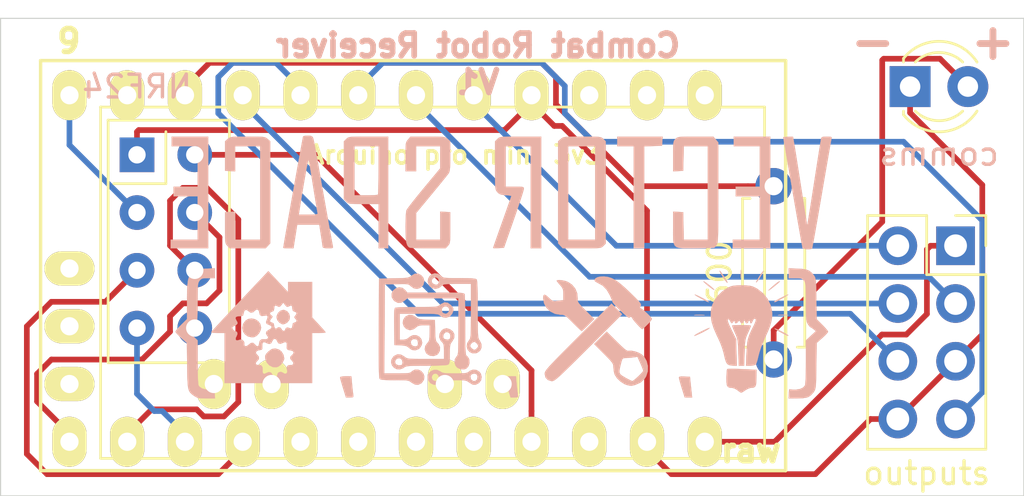
<source format=kicad_pcb>
(kicad_pcb (version 20171130) (host pcbnew 5.1.2)

  (general
    (thickness 1.6)
    (drawings 8)
    (tracks 113)
    (zones 0)
    (modules 6)
    (nets 26)
  )

  (page A4)
  (layers
    (0 F.Cu signal)
    (31 B.Cu signal)
    (32 B.Adhes user)
    (33 F.Adhes user)
    (34 B.Paste user)
    (35 F.Paste user)
    (36 B.SilkS user)
    (37 F.SilkS user)
    (38 B.Mask user)
    (39 F.Mask user)
    (40 Dwgs.User user)
    (41 Cmts.User user)
    (42 Eco1.User user)
    (43 Eco2.User user)
    (44 Edge.Cuts user)
    (45 Margin user)
    (46 B.CrtYd user)
    (47 F.CrtYd user)
    (48 B.Fab user)
    (49 F.Fab user)
  )

  (setup
    (last_trace_width 0.25)
    (trace_clearance 0.2)
    (zone_clearance 0.508)
    (zone_45_only no)
    (trace_min 0.2)
    (via_size 0.8)
    (via_drill 0.4)
    (via_min_size 0.4)
    (via_min_drill 0.3)
    (uvia_size 0.3)
    (uvia_drill 0.1)
    (uvias_allowed no)
    (uvia_min_size 0.2)
    (uvia_min_drill 0.1)
    (edge_width 0.05)
    (segment_width 0.2)
    (pcb_text_width 0.3)
    (pcb_text_size 1.5 1.5)
    (mod_edge_width 0.12)
    (mod_text_size 1 1)
    (mod_text_width 0.15)
    (pad_size 1.524 1.524)
    (pad_drill 0.762)
    (pad_to_mask_clearance 0.051)
    (solder_mask_min_width 0.25)
    (aux_axis_origin 0 0)
    (visible_elements FFFFFF7F)
    (pcbplotparams
      (layerselection 0x010fc_ffffffff)
      (usegerberextensions false)
      (usegerberattributes false)
      (usegerberadvancedattributes false)
      (creategerberjobfile false)
      (excludeedgelayer true)
      (linewidth 0.100000)
      (plotframeref false)
      (viasonmask false)
      (mode 1)
      (useauxorigin false)
      (hpglpennumber 1)
      (hpglpenspeed 20)
      (hpglpendiameter 15.000000)
      (psnegative false)
      (psa4output false)
      (plotreference true)
      (plotvalue true)
      (plotinvisibletext false)
      (padsonsilk false)
      (subtractmaskfromsilk false)
      (outputformat 1)
      (mirror false)
      (drillshape 1)
      (scaleselection 1)
      (outputdirectory ""))
  )

  (net 0 "")
  (net 1 GND)
  (net 2 "Net-(D1-Pad2)")
  (net 3 +3V3)
  (net 4 "Net-(J2-Pad2)")
  (net 5 "Net-(J2-Pad3)")
  (net 6 "Net-(J2-Pad4)")
  (net 7 "Net-(J2-Pad6)")
  (net 8 "Net-(J2-Pad7)")
  (net 9 "Net-(R1-Pad2)")
  (net 10 "Net-(U1-Pad1)")
  (net 11 "Net-(U1-Pad2)")
  (net 12 "Net-(U1-Pad3)")
  (net 13 "Net-(U1-Pad11)")
  (net 14 "Net-(U1-Pad12)")
  (net 15 "Net-(U1-Pad13)")
  (net 16 "Net-(U1-Pad14)")
  (net 17 "Net-(U1-Pad15)")
  (net 18 "Net-(U1-Pad16)")
  (net 19 "Net-(U1-Pad17)")
  (net 20 "Net-(U1-Pad18)")
  (net 21 "Net-(U1-Pad19)")
  (net 22 "Net-(U1-Pad20)")
  (net 23 "Net-(U1-Pad22)")
  (net 24 "Net-(U2-Pad8)")
  (net 25 +5V)

  (net_class Default "This is the default net class."
    (clearance 0.2)
    (trace_width 0.25)
    (via_dia 0.8)
    (via_drill 0.4)
    (uvia_dia 0.3)
    (uvia_drill 0.1)
    (add_net +3V3)
    (add_net +5V)
    (add_net GND)
    (add_net "Net-(D1-Pad2)")
    (add_net "Net-(J2-Pad2)")
    (add_net "Net-(J2-Pad3)")
    (add_net "Net-(J2-Pad4)")
    (add_net "Net-(J2-Pad6)")
    (add_net "Net-(J2-Pad7)")
    (add_net "Net-(R1-Pad2)")
    (add_net "Net-(U1-Pad1)")
    (add_net "Net-(U1-Pad11)")
    (add_net "Net-(U1-Pad12)")
    (add_net "Net-(U1-Pad13)")
    (add_net "Net-(U1-Pad14)")
    (add_net "Net-(U1-Pad15)")
    (add_net "Net-(U1-Pad16)")
    (add_net "Net-(U1-Pad17)")
    (add_net "Net-(U1-Pad18)")
    (add_net "Net-(U1-Pad19)")
    (add_net "Net-(U1-Pad2)")
    (add_net "Net-(U1-Pad20)")
    (add_net "Net-(U1-Pad22)")
    (add_net "Net-(U1-Pad3)")
    (add_net "Net-(U2-Pad8)")
  )

  (module vslogo:vslogo (layer B.Cu) (tedit 0) (tstamp 5DCBF855)
    (at 152 104 180)
    (fp_text reference G*** (at 0 0) (layer F.SilkS) hide
      (effects (font (size 1.524 1.524) (thickness 0.3)))
    )
    (fp_text value LOGO (at 0.75 0) (layer F.SilkS) hide
      (effects (font (size 1.524 1.524) (thickness 0.3)))
    )
    (fp_poly (pts (xy 9.696804 -1.858493) (xy 9.798918 -1.956286) (xy 9.857429 -2.088682) (xy 9.863666 -2.148073)
      (xy 9.827703 -2.273044) (xy 9.737731 -2.38217) (xy 9.620628 -2.447582) (xy 9.567333 -2.455334)
      (xy 9.484429 -2.430313) (xy 9.385481 -2.369886) (xy 9.382542 -2.367594) (xy 9.296269 -2.254332)
      (xy 9.274861 -2.120656) (xy 9.310374 -1.989365) (xy 9.394861 -1.883256) (xy 9.520379 -1.825126)
      (xy 9.573265 -1.820334) (xy 9.696804 -1.858493)) (layer B.SilkS) (width 0.01))
    (fp_poly (pts (xy 11.121886 -2.225021) (xy 11.239702 -2.303521) (xy 11.341369 -2.454219) (xy 11.371256 -2.614475)
      (xy 11.338232 -2.768063) (xy 11.251163 -2.898758) (xy 11.118916 -2.990335) (xy 10.950358 -3.026569)
      (xy 10.849361 -3.017791) (xy 10.731463 -2.95822) (xy 10.627315 -2.84282) (xy 10.557828 -2.700129)
      (xy 10.541 -2.596996) (xy 10.577719 -2.437322) (xy 10.674393 -2.311793) (xy 10.810796 -2.228902)
      (xy 10.966703 -2.197147) (xy 11.121886 -2.225021)) (layer B.SilkS) (width 0.01))
    (fp_poly (pts (xy 10.069612 -3.541783) (xy 10.214721 -3.645042) (xy 10.23309 -3.662957) (xy 10.323209 -3.762193)
      (xy 10.36165 -3.841275) (xy 10.362114 -3.933846) (xy 10.35717 -3.967598) (xy 10.294677 -4.13418)
      (xy 10.179584 -4.260418) (xy 10.031558 -4.33396) (xy 9.870261 -4.342452) (xy 9.79543 -4.320446)
      (xy 9.682854 -4.241409) (xy 9.586341 -4.121592) (xy 9.530468 -3.994629) (xy 9.525 -3.950356)
      (xy 9.558626 -3.791698) (xy 9.645749 -3.650223) (xy 9.75665 -3.564242) (xy 9.92336 -3.516184)
      (xy 10.069612 -3.541783)) (layer B.SilkS) (width 0.01))
    (fp_poly (pts (xy 14.478 5.376333) (xy 13.335 5.376333) (xy 13.335 3.598333) (xy 14.393333 3.598333)
      (xy 14.393333 3.175) (xy 13.335 3.175) (xy 13.335 1.27) (xy 14.520333 1.27)
      (xy 14.520333 0.889) (xy 12.869333 0.889) (xy 12.869333 5.799666) (xy 14.478 5.799666)
      (xy 14.478 5.376333)) (layer B.SilkS) (width 0.01))
    (fp_poly (pts (xy 11.404391 5.799263) (xy 11.603885 5.797008) (xy 11.745587 5.791336) (xy 11.842932 5.780681)
      (xy 11.909358 5.763477) (xy 11.9583 5.738158) (xy 12.003195 5.703158) (xy 12.009722 5.697568)
      (xy 12.1285 5.59547) (xy 12.1285 4.296833) (xy 11.90625 4.284038) (xy 11.684 4.271242)
      (xy 11.684 5.376333) (xy 10.583333 5.376333) (xy 10.583333 1.27) (xy 11.684 1.27)
      (xy 11.684 2.502091) (xy 11.90625 2.489295) (xy 12.1285 2.4765) (xy 12.1285 1.791898)
      (xy 12.128014 1.536229) (xy 12.125336 1.351054) (xy 12.118634 1.2222) (xy 12.106074 1.135495)
      (xy 12.085824 1.076766) (xy 12.056052 1.031841) (xy 12.02587 0.998148) (xy 11.923241 0.889)
      (xy 10.344091 0.889) (xy 10.138833 1.107488) (xy 10.138833 5.595331) (xy 10.25761 5.697499)
      (xy 10.302981 5.733959) (xy 10.350553 5.760519) (xy 10.413761 5.778747) (xy 10.506041 5.790208)
      (xy 10.640829 5.79647) (xy 10.831562 5.799099) (xy 11.091676 5.799663) (xy 11.133666 5.799666)
      (xy 11.404391 5.799263)) (layer B.SilkS) (width 0.01))
    (fp_poly (pts (xy 8.602823 5.835257) (xy 8.680509 5.818256) (xy 8.693676 5.80909) (xy 8.70343 5.764537)
      (xy 8.726249 5.645552) (xy 8.760536 5.461092) (xy 8.804694 5.220112) (xy 8.857126 4.931567)
      (xy 8.916236 4.604414) (xy 8.980426 4.247609) (xy 9.048101 3.870107) (xy 9.117662 3.480864)
      (xy 9.187514 3.088836) (xy 9.256059 2.702979) (xy 9.3217 2.332249) (xy 9.382841 1.985601)
      (xy 9.437886 1.671991) (xy 9.485236 1.400376) (xy 9.523295 1.179711) (xy 9.550467 1.018951)
      (xy 9.565155 0.927054) (xy 9.567333 0.909158) (xy 9.529106 0.897947) (xy 9.430819 0.890628)
      (xy 9.342566 0.889) (xy 9.1178 0.889) (xy 9.035616 1.407583) (xy 8.953431 1.926166)
      (xy 7.982423 1.926166) (xy 7.909785 1.4605) (xy 7.880184 1.267691) (xy 7.855872 1.103607)
      (xy 7.839671 0.987657) (xy 7.834407 0.941916) (xy 7.792721 0.906942) (xy 7.670983 0.890491)
      (xy 7.598026 0.889) (xy 7.465248 0.891458) (xy 7.398584 0.904402) (xy 7.37951 0.93619)
      (xy 7.386873 0.98425) (xy 7.399467 1.04778) (xy 7.42502 1.184994) (xy 7.461801 1.386197)
      (xy 7.508077 1.641689) (xy 7.562116 1.941775) (xy 7.622186 2.276757) (xy 7.646178 2.411003)
      (xy 8.056736 2.411003) (xy 8.082791 2.389349) (xy 8.15149 2.37716) (xy 8.27709 2.371809)
      (xy 8.461152 2.370666) (xy 8.884676 2.370666) (xy 8.859439 2.529416) (xy 8.782974 3.005255)
      (xy 8.712075 3.436279) (xy 8.647693 3.817196) (xy 8.590783 4.142713) (xy 8.542297 4.407538)
      (xy 8.503187 4.606378) (xy 8.474406 4.733941) (xy 8.456908 4.784934) (xy 8.453607 4.783666)
      (xy 8.440502 4.726102) (xy 8.416433 4.596645) (xy 8.383412 4.407071) (xy 8.343453 4.169154)
      (xy 8.298568 3.894668) (xy 8.254581 3.6195) (xy 8.207022 3.321061) (xy 8.162778 3.047695)
      (xy 8.123831 2.811319) (xy 8.092164 2.623851) (xy 8.069762 2.497207) (xy 8.059065 2.44475)
      (xy 8.056736 2.411003) (xy 7.646178 2.411003) (xy 7.686556 2.636936) (xy 7.753492 3.012617)
      (xy 7.821264 3.394102) (xy 7.888138 3.771692) (xy 7.952384 4.135692) (xy 8.012268 4.476404)
      (xy 8.06606 4.78413) (xy 8.084386 4.8895) (xy 8.129047 5.139671) (xy 8.171758 5.366132)
      (xy 8.209445 5.553526) (xy 8.239031 5.686495) (xy 8.256109 5.74675) (xy 8.297101 5.808073)
      (xy 8.370552 5.836008) (xy 8.484427 5.842) (xy 8.602823 5.835257)) (layer B.SilkS) (width 0.01))
    (fp_poly (pts (xy 6.114856 5.799436) (xy 6.334368 5.797883) (xy 6.493372 5.79372) (xy 6.603948 5.785658)
      (xy 6.678174 5.772407) (xy 6.728132 5.752678) (xy 6.7659 5.725182) (xy 6.796424 5.695757)
      (xy 6.900333 5.591848) (xy 6.900333 3.044151) (xy 6.796424 2.940242) (xy 6.753905 2.900873)
      (xy 6.708232 2.872959) (xy 6.644979 2.854531) (xy 6.549716 2.843623) (xy 6.408016 2.838266)
      (xy 6.205451 2.836495) (xy 6.034424 2.836333) (xy 5.376333 2.836333) (xy 5.376333 0.889)
      (xy 4.953 0.889) (xy 4.953 5.376333) (xy 5.376333 5.376333) (xy 5.376333 4.325055)
      (xy 5.377425 4.034862) (xy 5.380495 3.773093) (xy 5.385236 3.551532) (xy 5.391339 3.381962)
      (xy 5.398496 3.276167) (xy 5.404555 3.245555) (xy 5.455653 3.234526) (xy 5.573677 3.225515)
      (xy 5.740893 3.21947) (xy 5.933722 3.217333) (xy 6.434666 3.217333) (xy 6.434666 5.376333)
      (xy 5.376333 5.376333) (xy 4.953 5.376333) (xy 4.953 5.799666) (xy 5.822757 5.799666)
      (xy 6.114856 5.799436)) (layer B.SilkS) (width 0.01))
    (fp_poly (pts (xy 4.081403 5.669418) (xy 4.12366 5.6161) (xy 4.153369 5.563009) (xy 4.172738 5.494786)
      (xy 4.183976 5.396071) (xy 4.189293 5.251504) (xy 4.190899 5.045727) (xy 4.191 4.907418)
      (xy 4.191 4.275666) (xy 3.725333 4.275666) (xy 3.725333 5.376333) (xy 2.667 5.376333)
      (xy 2.667 4.402298) (xy 3.387608 3.534927) (xy 3.582235 3.298495) (xy 3.76008 3.078325)
      (xy 3.913474 2.884243) (xy 4.03475 2.726072) (xy 4.116238 2.613637) (xy 4.149608 2.558689)
      (xy 4.164283 2.47867) (xy 4.176669 2.332175) (xy 4.185754 2.137386) (xy 4.190525 1.912484)
      (xy 4.191 1.815475) (xy 4.187147 1.516162) (xy 4.17406 1.290508) (xy 4.149448 1.12779)
      (xy 4.111019 1.017285) (xy 4.05648 0.94827) (xy 3.998603 0.915297) (xy 3.935454 0.906757)
      (xy 3.802781 0.899376) (xy 3.615723 0.893638) (xy 3.38942 0.89003) (xy 3.178916 0.889)
      (xy 2.427758 0.889) (xy 2.325129 0.998154) (xy 2.286878 1.042075) (xy 2.259546 1.089009)
      (xy 2.241298 1.153129) (xy 2.230302 1.248609) (xy 2.224727 1.38962) (xy 2.222739 1.590335)
      (xy 2.2225 1.791904) (xy 2.2225 2.4765) (xy 2.44475 2.489295) (xy 2.667 2.502091)
      (xy 2.667 1.27) (xy 3.725333 1.27) (xy 3.725333 2.435232) (xy 3.042574 3.260199)
      (xy 2.85201 3.49127) (xy 2.676408 3.705736) (xy 2.523992 3.893433) (xy 2.402983 4.044197)
      (xy 2.321604 4.147862) (xy 2.291157 4.189138) (xy 2.263718 4.245908) (xy 2.244395 4.328745)
      (xy 2.231934 4.45143) (xy 2.225084 4.627744) (xy 2.222589 4.871468) (xy 2.2225 4.94422)
      (xy 2.2225 5.595331) (xy 2.341277 5.697499) (xy 2.386691 5.733989) (xy 2.434312 5.760561)
      (xy 2.49759 5.778788) (xy 2.589978 5.790241) (xy 2.724929 5.79649) (xy 2.915895 5.799107)
      (xy 3.176328 5.799664) (xy 3.21593 5.799666) (xy 3.971807 5.799666) (xy 4.081403 5.669418)) (layer B.SilkS) (width 0.01))
    (fp_poly (pts (xy -0.565938 5.799466) (xy -0.338903 5.798064) (xy -0.173072 5.794261) (xy -0.056713 5.786857)
      (xy 0.021903 5.774652) (xy 0.074508 5.756447) (xy 0.112833 5.731042) (xy 0.148611 5.697237)
      (xy 0.15009 5.695757) (xy 0.254 5.591848) (xy 0.254 4.533951) (xy 0.253813 4.207754)
      (xy 0.25264 3.955363) (xy 0.249561 3.765917) (xy 0.243654 3.628555) (xy 0.234 3.532417)
      (xy 0.219678 3.466642) (xy 0.199768 3.420369) (xy 0.173349 3.382736) (xy 0.154552 3.36044)
      (xy 0.082273 3.292251) (xy -0.005586 3.252916) (xy -0.138088 3.231576) (xy -0.205281 3.225992)
      (xy -0.341056 3.213985) (xy -0.435257 3.201476) (xy -0.465667 3.192357) (xy -0.452009 3.150241)
      (xy -0.413432 3.038613) (xy -0.353528 2.867683) (xy -0.275891 2.647661) (xy -0.184116 2.388756)
      (xy -0.081797 2.101176) (xy -0.0635 2.049857) (xy 0.040297 1.758169) (xy 0.134156 1.493188)
      (xy 0.214479 1.26517) (xy 0.27767 1.08437) (xy 0.32013 0.961042) (xy 0.338262 0.90544)
      (xy 0.338666 0.903467) (xy 0.300402 0.895381) (xy 0.201468 0.893858) (xy 0.100101 0.897471)
      (xy -0.138464 0.910166) (xy -0.574954 2.159) (xy -0.683039 2.471009) (xy -0.781528 2.760631)
      (xy -0.866979 3.017328) (xy -0.935952 3.230557) (xy -0.985006 3.389779) (xy -1.0107 3.484454)
      (xy -1.013722 3.503083) (xy -1.010719 3.547232) (xy -0.988657 3.575082) (xy -0.931796 3.59038)
      (xy -0.824399 3.596877) (xy -0.650727 3.598321) (xy -0.613834 3.598333) (xy -0.211667 3.598333)
      (xy -0.211667 5.376333) (xy -1.312334 5.376333) (xy -1.312334 0.889) (xy -1.778 0.889)
      (xy -1.778 5.799666) (xy -0.86591 5.799666) (xy -0.565938 5.799466)) (layer B.SilkS) (width 0.01))
    (fp_poly (pts (xy -3.29751 5.799345) (xy -3.085526 5.797465) (xy -2.93279 5.79265) (xy -2.826595 5.783524)
      (xy -2.754232 5.768712) (xy -2.702991 5.746838) (xy -2.660164 5.716526) (xy -2.637611 5.697499)
      (xy -2.518834 5.595331) (xy -2.518834 1.107488) (xy -2.724092 0.889) (xy -3.565304 0.889)
      (xy -3.851995 0.889254) (xy -4.066351 0.890921) (xy -4.220706 0.895357) (xy -4.32739 0.903917)
      (xy -4.398736 0.917957) (xy -4.447077 0.938833) (xy -4.484744 0.9679) (xy -4.510425 0.992909)
      (xy -4.614334 1.096818) (xy -4.614334 5.376333) (xy -4.148667 5.376333) (xy -4.148667 1.27)
      (xy -2.963334 1.27) (xy -2.963334 5.376333) (xy -4.148667 5.376333) (xy -4.614334 5.376333)
      (xy -4.614334 5.591848) (xy -4.510425 5.695757) (xy -4.472608 5.73144) (xy -4.432407 5.757846)
      (xy -4.377339 5.776373) (xy -4.294923 5.788416) (xy -4.172676 5.795371) (xy -3.998117 5.798636)
      (xy -3.758762 5.799606) (xy -3.581452 5.799666) (xy -3.29751 5.799345)) (layer B.SilkS) (width 0.01))
    (fp_poly (pts (xy -5.122334 5.376333) (xy -5.842 5.376333) (xy -5.842 0.889) (xy -6.307667 0.889)
      (xy -6.307667 5.373156) (xy -6.69925 5.385328) (xy -7.090834 5.3975) (xy -7.103737 5.598583)
      (xy -7.116639 5.799666) (xy -5.122334 5.799666) (xy -5.122334 5.376333)) (layer B.SilkS) (width 0.01))
    (fp_poly (pts (xy -8.291745 5.799353) (xy -8.088427 5.797403) (xy -7.943941 5.792299) (xy -7.845371 5.782525)
      (xy -7.7798 5.766566) (xy -7.734312 5.742904) (xy -7.695988 5.710024) (xy -7.681576 5.695757)
      (xy -7.642265 5.653313) (xy -7.614371 5.607728) (xy -7.595939 5.544607) (xy -7.585011 5.449553)
      (xy -7.579629 5.30817) (xy -7.577836 5.106063) (xy -7.577667 4.931545) (xy -7.577667 4.271242)
      (xy -7.799917 4.284038) (xy -8.022167 4.296833) (xy -8.045863 5.376333) (xy -9.101667 5.376333)
      (xy -9.101667 1.27) (xy -8.045658 1.27) (xy -8.033913 1.87325) (xy -8.022167 2.4765)
      (xy -7.799917 2.489295) (xy -7.577667 2.502091) (xy -7.577667 1.787591) (xy -7.576858 1.500167)
      (xy -7.581169 1.281352) (xy -7.600702 1.121882) (xy -7.645562 1.012493) (xy -7.725853 0.943921)
      (xy -7.851679 0.9069) (xy -8.033146 0.892167) (xy -8.280355 0.890457) (xy -8.554062 0.892342)
      (xy -8.805189 0.894535) (xy -9.028697 0.8986) (xy -9.210143 0.904102) (xy -9.335089 0.91061)
      (xy -9.388308 0.917333) (xy -9.444354 0.967764) (xy -9.504157 1.058962) (xy -9.504725 1.060056)
      (xy -9.518999 1.098407) (xy -9.530995 1.158171) (xy -9.540901 1.246183) (xy -9.548901 1.369281)
      (xy -9.555182 1.534304) (xy -9.55993 1.748087) (xy -9.563332 2.01747) (xy -9.565572 2.349288)
      (xy -9.566838 2.750379) (xy -9.567316 3.227582) (xy -9.567334 3.36015) (xy -9.567334 5.53917)
      (xy -9.457737 5.669418) (xy -9.348141 5.799666) (xy -8.566813 5.799666) (xy -8.291745 5.799353)) (layer B.SilkS) (width 0.01))
    (fp_poly (pts (xy -10.244667 5.376333) (xy -11.387667 5.376333) (xy -11.387667 3.598333) (xy -10.329334 3.598333)
      (xy -10.329334 3.175) (xy -11.387667 3.175) (xy -11.387667 1.27) (xy -10.202334 1.27)
      (xy -10.202334 0.889) (xy -11.853334 0.889) (xy -11.853334 5.799666) (xy -10.244667 5.799666)
      (xy -10.244667 5.376333)) (layer B.SilkS) (width 0.01))
    (fp_poly (pts (xy -14.20195 5.795653) (xy -14.12847 5.777929) (xy -14.094173 5.737971) (xy -14.084029 5.704417)
      (xy -14.073116 5.643736) (xy -14.050776 5.508316) (xy -14.018423 5.307106) (xy -13.977473 5.049055)
      (xy -13.929341 4.74311) (xy -13.875442 4.398221) (xy -13.81719 4.023335) (xy -13.772671 3.735473)
      (xy -13.712848 3.349919) (xy -13.656788 2.992508) (xy -13.605818 2.671424) (xy -13.561267 2.394848)
      (xy -13.52446 2.170963) (xy -13.496726 2.007952) (xy -13.479393 1.913996) (xy -13.473927 1.893973)
      (xy -13.465659 1.941152) (xy -13.445746 2.063554) (xy -13.41552 2.252738) (xy -13.376315 2.500263)
      (xy -13.329466 2.797685) (xy -13.276305 3.136563) (xy -13.218166 3.508456) (xy -13.164793 3.850874)
      (xy -13.103374 4.243805) (xy -13.045577 4.610396) (xy -12.992753 4.942307) (xy -12.946252 5.231196)
      (xy -12.907426 5.468722) (xy -12.877625 5.646545) (xy -12.8582 5.756322) (xy -12.850779 5.789999)
      (xy -12.803927 5.795931) (xy -12.70051 5.795026) (xy -12.628147 5.791458) (xy -12.419932 5.7785)
      (xy -12.835593 3.3655) (xy -12.911914 2.923451) (xy -12.984363 2.505761) (xy -13.051607 2.119991)
      (xy -13.112312 1.773704) (xy -13.165144 1.474463) (xy -13.208769 1.229829) (xy -13.241852 1.047364)
      (xy -13.26306 0.934631) (xy -13.270632 0.899583) (xy -13.320349 0.869039) (xy -13.420678 0.85096)
      (xy -13.538298 0.846688) (xy -13.639888 0.85756) (xy -13.690933 0.882688) (xy -13.702004 0.929966)
      (xy -13.725907 1.053143) (xy -13.761293 1.244647) (xy -13.806815 1.496907) (xy -13.861122 1.80235)
      (xy -13.922868 2.153404) (xy -13.990703 2.542499) (xy -14.063278 2.962061) (xy -14.118798 3.285104)
      (xy -14.19412 3.723615) (xy -14.265666 4.138348) (xy -14.332082 4.521571) (xy -14.392014 4.865551)
      (xy -14.444107 5.162558) (xy -14.487005 5.404858) (xy -14.519355 5.58472) (xy -14.539801 5.69441)
      (xy -14.546387 5.725583) (xy -14.548279 5.768366) (xy -14.509552 5.790741) (xy -14.412626 5.798938)
      (xy -14.337276 5.799666) (xy -14.20195 5.795653)) (layer B.SilkS) (width 0.01))
    (fp_poly (pts (xy -10.554547 -0.078386) (xy -10.552439 -0.096194) (xy -10.545665 -0.245692) (xy -10.552197 -0.387661)
      (xy -10.552781 -0.392528) (xy -10.560765 -0.421706) (xy -10.566641 -0.376196) (xy -10.569369 -0.265969)
      (xy -10.569443 -0.232834) (xy -10.567326 -0.11269) (xy -10.562015 -0.05843) (xy -10.554547 -0.078386)) (layer B.SilkS) (width 0.01))
    (fp_poly (pts (xy -9.633628 -0.142141) (xy -9.680432 -0.23133) (xy -9.749276 -0.345789) (xy -9.826324 -0.463888)
      (xy -9.897739 -0.563993) (xy -9.949684 -0.624473) (xy -9.963786 -0.633086) (xy -9.968752 -0.604227)
      (xy -9.932755 -0.531039) (xy -9.924877 -0.518584) (xy -9.803247 -0.332304) (xy -9.71946 -0.207506)
      (xy -9.666201 -0.134055) (xy -9.636153 -0.101813) (xy -9.622703 -0.099854) (xy -9.633628 -0.142141)) (layer B.SilkS) (width 0.01))
    (fp_poly (pts (xy -11.511575 -0.143588) (xy -11.43223 -0.253004) (xy -11.381182 -0.329037) (xy -11.299974 -0.458664)
      (xy -11.244822 -0.559363) (xy -11.225808 -0.612405) (xy -11.226985 -0.615429) (xy -11.257523 -0.592909)
      (xy -11.318256 -0.514035) (xy -11.396474 -0.395439) (xy -11.40242 -0.385845) (xy -11.495663 -0.228572)
      (xy -11.544279 -0.134011) (xy -11.549254 -0.104803) (xy -11.511575 -0.143588)) (layer B.SilkS) (width 0.01))
    (fp_poly (pts (xy -8.929539 -0.593539) (xy -9.003796 -0.663726) (xy -9.115818 -0.757388) (xy -9.143546 -0.779374)
      (xy -9.263022 -0.869366) (xy -9.351737 -0.928793) (xy -9.394098 -0.947426) (xy -9.395638 -0.944726)
      (xy -9.364337 -0.903002) (xy -9.286814 -0.831169) (xy -9.183258 -0.745126) (xy -9.073857 -0.660771)
      (xy -8.978799 -0.594004) (xy -8.918272 -0.560723) (xy -8.907921 -0.560635) (xy -8.929539 -0.593539)) (layer B.SilkS) (width 0.01))
    (fp_poly (pts (xy -12.229866 -0.574201) (xy -12.202584 -0.58891) (xy -12.138449 -0.633665) (xy -12.046375 -0.707705)
      (xy -11.944813 -0.79476) (xy -11.852214 -0.878558) (xy -11.787029 -0.94283) (xy -11.767709 -0.971305)
      (xy -11.768667 -0.971547) (xy -11.80966 -0.947827) (xy -11.898277 -0.883852) (xy -12.016431 -0.792758)
      (xy -12.03325 -0.779422) (xy -12.173292 -0.664525) (xy -12.254581 -0.589954) (xy -12.274359 -0.558811)
      (xy -12.229866 -0.574201)) (layer B.SilkS) (width 0.01))
    (fp_poly (pts (xy -8.537756 -1.160774) (xy -8.602181 -1.205156) (xy -8.70531 -1.26645) (xy -8.828491 -1.33446)
      (xy -8.953073 -1.398991) (xy -9.060405 -1.449846) (xy -9.131836 -1.476831) (xy -9.144 -1.478759)
      (xy -9.138885 -1.461334) (xy -9.071358 -1.414162) (xy -8.954476 -1.345871) (xy -8.89052 -1.31122)
      (xy -8.740787 -1.234346) (xy -8.617937 -1.176047) (xy -8.542189 -1.145747) (xy -8.530686 -1.143498)
      (xy -8.537756 -1.160774)) (layer B.SilkS) (width 0.01))
    (fp_poly (pts (xy -12.593604 -1.16107) (xy -12.49256 -1.206318) (xy -12.364832 -1.268459) (xy -12.232361 -1.336332)
      (xy -12.117084 -1.398773) (xy -12.040942 -1.44462) (xy -12.022667 -1.461032) (xy -12.036946 -1.478818)
      (xy -12.087251 -1.46697) (xy -12.184789 -1.420857) (xy -12.340763 -1.335848) (xy -12.3825 -1.312334)
      (xy -12.514993 -1.23522) (xy -12.60834 -1.176609) (xy -12.647487 -1.146123) (xy -12.646027 -1.143877)
      (xy -12.593604 -1.16107)) (layer B.SilkS) (width 0.01))
    (fp_poly (pts (xy -8.579486 -2.040481) (xy -8.539473 -2.043399) (xy -8.499892 -2.050173) (xy -8.536327 -2.055498)
      (xy -8.64013 -2.058694) (xy -8.741834 -2.059307) (xy -8.882625 -2.057739) (xy -8.958875 -2.053697)
      (xy -8.963091 -2.047857) (xy -8.920473 -2.043165) (xy -8.751019 -2.036759) (xy -8.579486 -2.040481)) (layer B.SilkS) (width 0.01))
    (fp_poly (pts (xy -12.262486 -2.040481) (xy -12.222473 -2.043399) (xy -12.182892 -2.050173) (xy -12.219327 -2.055498)
      (xy -12.32313 -2.058694) (xy -12.424834 -2.059307) (xy -12.565625 -2.057739) (xy -12.641875 -2.053697)
      (xy -12.646091 -2.047857) (xy -12.603473 -2.043165) (xy -12.434019 -2.036759) (xy -12.262486 -2.040481)) (layer B.SilkS) (width 0.01))
    (fp_poly (pts (xy -4.381791 -0.354263) (xy -4.246019 -0.386803) (xy -4.15527 -0.439097) (xy -4.118997 -0.502369)
      (xy -4.146655 -0.567844) (xy -4.247698 -0.626743) (xy -4.253144 -0.628746) (xy -4.476347 -0.750061)
      (xy -4.659938 -0.940595) (xy -4.789576 -1.162346) (xy -4.851306 -1.298914) (xy -4.894923 -1.407017)
      (xy -4.910634 -1.461435) (xy -4.938553 -1.512681) (xy -5.012843 -1.601333) (xy -5.119365 -1.713946)
      (xy -5.243985 -1.837073) (xy -5.372563 -1.95727) (xy -5.490964 -2.061092) (xy -5.585049 -2.135093)
      (xy -5.640683 -2.165829) (xy -5.648759 -2.163436) (xy -5.708175 -2.118722) (xy -5.766077 -2.151244)
      (xy -5.785785 -2.19075) (xy -5.823987 -2.25199) (xy -5.900133 -2.346772) (xy -5.996123 -2.455378)
      (xy -6.093854 -2.558089) (xy -6.175223 -2.635186) (xy -6.222127 -2.666951) (xy -6.223 -2.667)
      (xy -6.262794 -2.639084) (xy -6.343598 -2.565934) (xy -6.446842 -2.464463) (xy -6.548054 -2.355794)
      (xy -6.619846 -2.267428) (xy -6.646334 -2.219455) (xy -6.616632 -2.166957) (xy -6.540586 -2.080047)
      (xy -6.437783 -1.977432) (xy -6.327811 -1.877816) (xy -6.230259 -1.799904) (xy -6.169125 -1.76375)
      (xy -6.119308 -1.73321) (xy -6.130853 -1.678549) (xy -6.147958 -1.64867) (xy -6.163645 -1.612127)
      (xy -6.160054 -1.571291) (xy -6.129599 -1.516471) (xy -6.064695 -1.437976) (xy -5.957759 -1.326114)
      (xy -5.801205 -1.171193) (xy -5.688218 -1.061223) (xy -5.435532 -0.823255) (xy -5.224583 -0.643148)
      (xy -5.043336 -0.513364) (xy -4.879756 -0.426365) (xy -4.721807 -0.374613) (xy -4.557456 -0.35057)
      (xy -4.553131 -0.350256) (xy -4.381791 -0.354263)) (layer B.SilkS) (width 0.01))
    (fp_poly (pts (xy -2.485271 -0.51244) (xy -2.455334 -0.534619) (xy -2.481428 -0.578543) (xy -2.548289 -0.662201)
      (xy -2.6035 -0.725241) (xy -2.688809 -0.828651) (xy -2.733194 -0.919457) (xy -2.749703 -1.034191)
      (xy -2.751667 -1.140076) (xy -2.751667 -1.390908) (xy -2.515462 -1.42042) (xy -2.377754 -1.434297)
      (xy -2.289082 -1.425189) (xy -2.214678 -1.382141) (xy -2.122094 -1.296466) (xy -2.000664 -1.188986)
      (xy -1.921842 -1.150192) (xy -1.878375 -1.180339) (xy -1.863009 -1.279687) (xy -1.862667 -1.305675)
      (xy -1.902098 -1.532237) (xy -2.011301 -1.731197) (xy -2.176642 -1.889509) (xy -2.384487 -1.994126)
      (xy -2.621201 -2.032) (xy -2.621677 -2.032) (xy -2.707151 -2.03477) (xy -2.777455 -2.049835)
      (xy -2.848175 -2.087333) (xy -2.934897 -2.157398) (xy -3.053208 -2.270166) (xy -3.175 -2.391834)
      (xy -3.315545 -2.531269) (xy -3.434213 -2.64554) (xy -3.518575 -2.722915) (xy -3.556203 -2.751665)
      (xy -3.556289 -2.751667) (xy -3.594516 -2.723595) (xy -3.676915 -2.648543) (xy -3.788655 -2.540254)
      (xy -3.842846 -2.486074) (xy -4.106078 -2.22048) (xy -3.733836 -1.849963) (xy -3.57774 -1.692677)
      (xy -3.473336 -1.580155) (xy -3.411125 -1.498643) (xy -3.381608 -1.434391) (xy -3.375287 -1.373645)
      (xy -3.37841 -1.335408) (xy -3.365029 -1.104929) (xy -3.278267 -0.889534) (xy -3.129303 -0.708517)
      (xy -2.945495 -0.588278) (xy -2.828868 -0.54792) (xy -2.696705 -0.520012) (xy -2.573881 -0.507278)
      (xy -2.485271 -0.51244)) (layer B.SilkS) (width 0.01))
    (fp_poly (pts (xy -9.152466 -2.618694) (xy -9.064291 -2.653188) (xy -8.941954 -2.708732) (xy -8.805599 -2.775692)
      (xy -8.675369 -2.844435) (xy -8.571408 -2.905328) (xy -8.551334 -2.918571) (xy -8.505252 -2.956644)
      (xy -8.525742 -2.960162) (xy -8.603608 -2.932355) (xy -8.729653 -2.87645) (xy -8.879417 -2.803401)
      (xy -9.021618 -2.727782) (xy -9.128846 -2.663428) (xy -9.183086 -2.621403) (xy -9.186334 -2.614885)
      (xy -9.152466 -2.618694)) (layer B.SilkS) (width 0.01))
    (fp_poly (pts (xy -12.064001 -2.662763) (xy -12.144892 -2.714044) (xy -12.260123 -2.779771) (xy -12.38878 -2.848682)
      (xy -12.509949 -2.909512) (xy -12.602718 -2.950997) (xy -12.642691 -2.962685) (xy -12.645194 -2.943657)
      (xy -12.615334 -2.918606) (xy -12.523817 -2.862872) (xy -12.400898 -2.79648) (xy -12.268734 -2.730238)
      (xy -12.149482 -2.67495) (xy -12.065298 -2.641426) (xy -12.038362 -2.637194) (xy -12.064001 -2.662763)) (layer B.SilkS) (width 0.01))
    (fp_poly (pts (xy 2.623759 -1.559568) (xy 2.659279 -1.5875) (xy 2.702636 -1.622423) (xy 2.746445 -1.648679)
      (xy 2.802763 -1.667513) (xy 2.883643 -1.680172) (xy 3.00114 -1.687902) (xy 3.167309 -1.69195)
      (xy 3.394204 -1.693562) (xy 3.689111 -1.693982) (xy 3.959593 -1.695718) (xy 4.202866 -1.700203)
      (xy 4.40567 -1.706956) (xy 4.55475 -1.715493) (xy 4.636847 -1.725333) (xy 4.647044 -1.728824)
      (xy 4.666697 -1.762117) (xy 4.680465 -1.839244) (xy 4.688816 -1.969398) (xy 4.692213 -2.161769)
      (xy 4.691124 -2.425549) (xy 4.689378 -2.56426) (xy 4.677833 -3.3655) (xy 4.405461 -3.378306)
      (xy 4.243506 -3.391659) (xy 4.13869 -3.418712) (xy 4.063636 -3.468116) (xy 4.037066 -3.494722)
      (xy 3.904869 -3.582071) (xy 3.754104 -3.596943) (xy 3.609805 -3.539435) (xy 3.556323 -3.492845)
      (xy 3.478717 -3.36612) (xy 3.458882 -3.267884) (xy 3.640282 -3.267884) (xy 3.647969 -3.362521)
      (xy 3.668888 -3.400778) (xy 3.749638 -3.430419) (xy 3.850674 -3.412774) (xy 3.92907 -3.35688)
      (xy 3.937 -3.344334) (xy 3.962797 -3.230526) (xy 3.921509 -3.143364) (xy 3.830158 -3.09979)
      (xy 3.707629 -3.116029) (xy 3.66208 -3.17167) (xy 3.640282 -3.267884) (xy 3.458882 -3.267884)
      (xy 3.457222 -3.259667) (xy 3.49253 -3.108447) (xy 3.584422 -2.997355) (xy 3.711848 -2.935008)
      (xy 3.853758 -2.930023) (xy 3.989104 -2.991015) (xy 4.027806 -3.026102) (xy 4.149707 -3.110306)
      (xy 4.28625 -3.131935) (xy 4.445 -3.132667) (xy 4.445 -1.989667) (xy 3.598333 -1.989667)
      (xy 3.308636 -1.990178) (xy 3.091543 -1.992441) (xy 2.934993 -1.997554) (xy 2.826928 -2.006612)
      (xy 2.755286 -2.020712) (xy 2.708007 -2.04095) (xy 2.673032 -2.068423) (xy 2.667 -2.074334)
      (xy 2.536993 -2.151094) (xy 2.388276 -2.161004) (xy 2.247792 -2.108514) (xy 2.142486 -1.998077)
      (xy 2.136267 -1.986639) (xy 2.083187 -1.85068) (xy 2.086042 -1.820244) (xy 2.267788 -1.820244)
      (xy 2.294875 -1.910925) (xy 2.36616 -1.975288) (xy 2.434166 -1.989667) (xy 2.528775 -1.963115)
      (xy 2.574694 -1.920154) (xy 2.600372 -1.807196) (xy 2.559338 -1.715103) (xy 2.469543 -1.665508)
      (xy 2.369273 -1.672609) (xy 2.290666 -1.731414) (xy 2.267788 -1.820244) (xy 2.086042 -1.820244)
      (xy 2.093283 -1.743066) (xy 2.171593 -1.632734) (xy 2.198076 -1.60541) (xy 2.337642 -1.506135)
      (xy 2.477544 -1.490931) (xy 2.623759 -1.559568)) (layer B.SilkS) (width 0.01))
    (fp_poly (pts (xy 3.03498 -0.253435) (xy 3.135441 -0.339041) (xy 3.198195 -0.45696) (xy 3.209779 -0.594493)
      (xy 3.156729 -0.73894) (xy 3.129594 -0.777458) (xy 3.009882 -0.86835) (xy 2.862983 -0.893499)
      (xy 2.715424 -0.852606) (xy 2.624666 -0.783167) (xy 2.58246 -0.741663) (xy 2.536975 -0.712729)
      (xy 2.473102 -0.6941) (xy 2.375731 -0.683509) (xy 2.22975 -0.678692) (xy 2.02005 -0.677383)
      (xy 1.918787 -0.677334) (xy 1.312333 -0.677334) (xy 1.312333 -1.870522) (xy 1.312643 -2.22097)
      (xy 1.313993 -2.49664) (xy 1.317012 -2.70742) (xy 1.32233 -2.863197) (xy 1.330577 -2.973858)
      (xy 1.342381 -3.049293) (xy 1.358373 -3.099387) (xy 1.379181 -3.134029) (xy 1.393861 -3.151105)
      (xy 1.480753 -3.292196) (xy 1.498677 -3.436817) (xy 1.458253 -3.568704) (xy 1.370101 -3.671594)
      (xy 1.244841 -3.729222) (xy 1.093092 -3.725324) (xy 1.032206 -3.704968) (xy 0.910029 -3.613493)
      (xy 0.848456 -3.480377) (xy 0.849966 -3.403068) (xy 0.99221 -3.403068) (xy 1.010688 -3.461294)
      (xy 1.058333 -3.513667) (xy 1.129948 -3.573443) (xy 1.188325 -3.573948) (xy 1.241353 -3.543462)
      (xy 1.316497 -3.473741) (xy 1.346197 -3.418497) (xy 1.326276 -3.335369) (xy 1.257929 -3.259865)
      (xy 1.173657 -3.224488) (xy 1.153502 -3.225802) (xy 1.082638 -3.268608) (xy 1.028538 -3.330647)
      (xy 0.99221 -3.403068) (xy 0.849966 -3.403068) (xy 0.851454 -3.326913) (xy 0.922987 -3.174392)
      (xy 0.931333 -3.163449) (xy 0.955512 -3.128819) (xy 0.974598 -3.086903) (xy 0.989192 -3.027976)
      (xy 0.999894 -2.942311) (xy 1.007302 -2.820181) (xy 1.012017 -2.651861) (xy 1.014638 -2.427623)
      (xy 1.015766 -2.137742) (xy 1.016 -1.790373) (xy 1.017033 -1.396317) (xy 1.02029 -1.080875)
      (xy 1.026001 -0.838014) (xy 1.034401 -0.661706) (xy 1.045722 -0.54592) (xy 1.047362 -0.538973)
      (xy 2.720263 -0.538973) (xy 2.727249 -0.615953) (xy 2.76558 -0.696275) (xy 2.841787 -0.713939)
      (xy 2.86529 -0.711753) (xy 2.96693 -0.674876) (xy 3.022346 -0.624417) (xy 3.043039 -0.531147)
      (xy 3.002657 -0.450691) (xy 2.924736 -0.399044) (xy 2.832807 -0.3922) (xy 2.753818 -0.441908)
      (xy 2.720263 -0.538973) (xy 1.047362 -0.538973) (xy 1.060196 -0.484625) (xy 1.0668 -0.474133)
      (xy 1.123004 -0.452781) (xy 1.246137 -0.43748) (xy 1.441459 -0.427878) (xy 1.714235 -0.423624)
      (xy 1.826875 -0.423334) (xy 2.087288 -0.422952) (xy 2.276796 -0.420616) (xy 2.40916 -0.414538)
      (xy 2.498142 -0.402932) (xy 2.557502 -0.384012) (xy 2.601003 -0.355989) (xy 2.641984 -0.3175)
      (xy 2.774788 -0.229965) (xy 2.910274 -0.212844) (xy 3.03498 -0.253435)) (layer B.SilkS) (width 0.01))
    (fp_poly (pts (xy 4.189682 -2.113409) (xy 4.21409 -2.135909) (xy 4.296304 -2.268453) (xy 4.309717 -2.412959)
      (xy 4.262997 -2.548254) (xy 4.164813 -2.653164) (xy 4.023833 -2.706515) (xy 3.979333 -2.709334)
      (xy 3.830213 -2.669335) (xy 3.742651 -2.6035) (xy 3.666222 -2.541343) (xy 3.576979 -2.509265)
      (xy 3.444369 -2.49823) (xy 3.384742 -2.497667) (xy 3.132666 -2.497667) (xy 3.132666 -2.842062)
      (xy 3.135069 -3.01709) (xy 3.145895 -3.130192) (xy 3.17057 -3.204056) (xy 3.214522 -3.261368)
      (xy 3.2385 -3.284541) (xy 3.325996 -3.415995) (xy 3.343698 -3.566002) (xy 3.291166 -3.707907)
      (xy 3.246354 -3.760288) (xy 3.110009 -3.837562) (xy 2.954908 -3.850106) (xy 2.811445 -3.79829)
      (xy 2.759045 -3.754355) (xy 2.680023 -3.615673) (xy 2.673126 -3.462789) (xy 2.73766 -3.322201)
      (xy 2.771328 -3.285935) (xy 2.817666 -3.237025) (xy 2.848529 -3.180742) (xy 2.867706 -3.0989)
      (xy 2.878983 -2.973316) (xy 2.88615 -2.785804) (xy 2.887745 -2.72704) (xy 2.899833 -2.264834)
      (xy 3.255717 -2.252431) (xy 3.440574 -2.24267) (xy 3.564729 -2.225068) (xy 3.652123 -2.193813)
      (xy 3.726696 -2.143092) (xy 3.735215 -2.136014) (xy 3.890761 -2.048837) (xy 4.046681 -2.041301)
      (xy 4.189682 -2.113409)) (layer B.SilkS) (width 0.01))
    (fp_poly (pts (xy -10.369183 -2.489378) (xy -10.248993 -2.494143) (xy -10.185121 -2.502574) (xy -10.181127 -2.504762)
      (xy -10.186559 -2.551338) (xy -10.221887 -2.653628) (xy -10.279881 -2.791255) (xy -10.292838 -2.819658)
      (xy -10.347685 -2.94362) (xy -10.386049 -3.05083) (xy -10.41159 -3.162073) (xy -10.42797 -3.298133)
      (xy -10.43885 -3.479796) (xy -10.446772 -3.693584) (xy -10.465942 -4.275667) (xy -10.702215 -4.275667)
      (xy -10.719882 -3.693584) (xy -10.728196 -3.455849) (xy -10.738782 -3.28218) (xy -10.755291 -3.151989)
      (xy -10.781374 -3.044685) (xy -10.820682 -2.93968) (xy -10.874599 -2.821186) (xy -10.937739 -2.680495)
      (xy -10.980272 -2.572032) (xy -10.994514 -2.515755) (xy -10.993386 -2.512607) (xy -10.943686 -2.502443)
      (xy -10.832943 -2.494812) (xy -10.68463 -2.489939) (xy -10.52222 -2.488052) (xy -10.369183 -2.489378)) (layer B.SilkS) (width 0.01))
    (fp_poly (pts (xy -10.583334 -0.74146) (xy -10.382617 -0.744672) (xy -10.239585 -0.756869) (xy -10.127351 -0.783013)
      (xy -10.019029 -0.828062) (xy -9.964946 -0.855535) (xy -9.748513 -1.000946) (xy -9.550797 -1.191835)
      (xy -9.392368 -1.4048) (xy -9.293795 -1.61644) (xy -9.292586 -1.620463) (xy -9.241241 -1.860127)
      (xy -9.234314 -2.099663) (xy -9.274546 -2.353702) (xy -9.364679 -2.636874) (xy -9.507452 -2.963812)
      (xy -9.566838 -3.084299) (xy -9.657333 -3.2863) (xy -9.739992 -3.509665) (xy -9.798507 -3.709808)
      (xy -9.803212 -3.730518) (xy -9.853404 -3.94754) (xy -9.898767 -4.095116) (xy -9.948977 -4.187218)
      (xy -10.013712 -4.237814) (xy -10.102647 -4.260874) (xy -10.175195 -4.267535) (xy -10.378152 -4.280571)
      (xy -10.364326 -3.696035) (xy -10.3505 -3.1115) (xy -10.144108 -2.695592) (xy -10.043692 -2.482744)
      (xy -9.987398 -2.337013) (xy -9.973735 -2.254185) (xy -9.981437 -2.235964) (xy -10.029386 -2.228369)
      (xy -10.077146 -2.292039) (xy -10.128305 -2.383489) (xy -10.162978 -2.407464) (xy -10.202843 -2.372064)
      (xy -10.222592 -2.34641) (xy -10.268531 -2.29248) (xy -10.283957 -2.306356) (xy -10.285654 -2.338917)
      (xy -10.309553 -2.40174) (xy -10.33525 -2.413) (xy -10.396948 -2.382268) (xy -10.43806 -2.338917)
      (xy -10.482441 -2.287845) (xy -10.508001 -2.306777) (xy -10.52134 -2.338917) (xy -10.570343 -2.398862)
      (xy -10.629851 -2.408971) (xy -10.666373 -2.366825) (xy -10.668 -2.3495) (xy -10.690859 -2.293164)
      (xy -10.710334 -2.286) (xy -10.747891 -2.320288) (xy -10.752667 -2.3495) (xy -10.786554 -2.405624)
      (xy -10.816167 -2.413) (xy -10.872291 -2.379114) (xy -10.879667 -2.3495) (xy -10.902526 -2.293164)
      (xy -10.922 -2.286) (xy -10.959558 -2.320288) (xy -10.964334 -2.3495) (xy -10.982539 -2.407636)
      (xy -11.022844 -2.401465) (xy -11.063782 -2.339277) (xy -11.07395 -2.307167) (xy -11.113708 -2.232214)
      (xy -11.167885 -2.201595) (xy -11.209945 -2.223329) (xy -11.218334 -2.26353) (xy -11.199963 -2.338555)
      (xy -11.15413 -2.449679) (xy -11.136406 -2.48578) (xy -11.016926 -2.725152) (xy -10.932349 -2.916303)
      (xy -10.875833 -3.084671) (xy -10.840539 -3.255698) (xy -10.819625 -3.454823) (xy -10.806253 -3.707485)
      (xy -10.805954 -3.71475) (xy -10.782994 -4.275667) (xy -10.974314 -4.275667) (xy -11.117274 -4.261266)
      (xy -11.208347 -4.222581) (xy -11.216654 -4.214191) (xy -11.249789 -4.144062) (xy -11.28935 -4.016842)
      (xy -11.327253 -3.858859) (xy -11.330359 -3.843775) (xy -11.376199 -3.673014) (xy -11.450751 -3.455865)
      (xy -11.543574 -3.221011) (xy -11.620068 -3.048) (xy -11.75005 -2.758489) (xy -11.841765 -2.524774)
      (xy -11.899912 -2.3297) (xy -11.929192 -2.156109) (xy -11.934305 -1.986845) (xy -11.930511 -1.914778)
      (xy -11.868007 -1.615219) (xy -11.731562 -1.334628) (xy -11.531822 -1.088267) (xy -11.279434 -0.891396)
      (xy -11.1777 -0.835559) (xy -11.065218 -0.788028) (xy -10.946925 -0.759245) (xy -10.796809 -0.745093)
      (xy -10.588857 -0.741453) (xy -10.583334 -0.74146)) (layer B.SilkS) (width 0.01))
    (fp_poly (pts (xy 2.524054 -2.664292) (xy 2.605424 -2.728576) (xy 2.693173 -2.868324) (xy 2.707135 -3.022531)
      (xy 2.647402 -3.167661) (xy 2.6035 -3.217334) (xy 2.549423 -3.276539) (xy 2.517631 -3.343666)
      (xy 2.502349 -3.442217) (xy 2.497802 -3.59569) (xy 2.497666 -3.648046) (xy 2.497666 -3.979334)
      (xy 3.306472 -3.979334) (xy 3.587056 -3.979034) (xy 3.795924 -3.977159) (xy 3.946025 -3.97224)
      (xy 4.050312 -3.962813) (xy 4.121733 -3.94741) (xy 4.17324 -3.924564) (xy 4.217783 -3.89281)
      (xy 4.241053 -3.8735) (xy 4.397465 -3.785081) (xy 4.553377 -3.776559) (xy 4.696409 -3.847984)
      (xy 4.72209 -3.871576) (xy 4.80833 -4.003346) (xy 4.824387 -4.138382) (xy 4.78304 -4.263045)
      (xy 4.697068 -4.363699) (xy 4.57925 -4.426705) (xy 4.442365 -4.438424) (xy 4.299193 -4.38522)
      (xy 4.264115 -4.360334) (xy 4.222316 -4.331763) (xy 4.171557 -4.31043) (xy 4.099694 -4.295288)
      (xy 3.994582 -4.285289) (xy 3.844079 -4.279388) (xy 3.636042 -4.276537) (xy 3.358327 -4.275689)
      (xy 3.281956 -4.275667) (xy 2.980376 -4.273525) (xy 2.723343 -4.267415) (xy 2.521172 -4.25781)
      (xy 2.384182 -4.245182) (xy 2.32555 -4.231844) (xy 2.28792 -4.202888) (xy 2.264651 -4.155)
      (xy 4.320543 -4.155) (xy 4.348204 -4.231713) (xy 4.370916 -4.248413) (xy 4.49199 -4.262926)
      (xy 4.598698 -4.217123) (xy 4.63096 -4.180417) (xy 4.652294 -4.085464) (xy 4.61186 -4.003414)
      (xy 4.532403 -3.952298) (xy 4.436666 -3.950151) (xy 4.379466 -3.981021) (xy 4.331378 -4.058498)
      (xy 4.320543 -4.155) (xy 2.264651 -4.155) (xy 2.263858 -4.153369) (xy 2.250426 -4.066427)
      (xy 2.244689 -3.925206) (xy 2.243666 -3.761705) (xy 2.242009 -3.56385) (xy 2.234412 -3.430104)
      (xy 2.21694 -3.339933) (xy 2.185657 -3.272803) (xy 2.137833 -3.209613) (xy 2.048984 -3.053205)
      (xy 2.041646 -2.920991) (xy 2.217559 -2.920991) (xy 2.219225 -3.028858) (xy 2.25174 -3.104138)
      (xy 2.3162 -3.127711) (xy 2.382702 -3.124657) (xy 2.484486 -3.099371) (xy 2.527865 -3.038395)
      (xy 2.532666 -3.01392) (xy 2.517153 -2.896113) (xy 2.447147 -2.81508) (xy 2.370666 -2.794)
      (xy 2.271779 -2.82974) (xy 2.217559 -2.920991) (xy 2.041646 -2.920991) (xy 2.04054 -2.901064)
      (xy 2.110277 -2.766066) (xy 2.2303 -2.673915) (xy 2.384642 -2.627678) (xy 2.524054 -2.664292)) (layer B.SilkS) (width 0.01))
    (fp_poly (pts (xy 4.616517 -0.868963) (xy 4.744506 -0.975279) (xy 4.804366 -1.113184) (xy 4.794216 -1.261544)
      (xy 4.712172 -1.399223) (xy 4.667366 -1.440003) (xy 4.524478 -1.513303) (xy 4.382134 -1.503832)
      (xy 4.241053 -1.418167) (xy 4.115277 -1.312334) (xy 1.862666 -1.312334) (xy 1.862666 -2.554606)
      (xy 1.862906 -2.91206) (xy 1.864035 -3.194439) (xy 1.866671 -3.411334) (xy 1.871427 -3.572336)
      (xy 1.878921 -3.687034) (xy 1.889767 -3.765022) (xy 1.904581 -3.815888) (xy 1.923979 -3.849225)
      (xy 1.947333 -3.8735) (xy 2.020379 -3.990988) (xy 2.034195 -4.135327) (xy 1.99055 -4.274655)
      (xy 1.920457 -4.357261) (xy 1.773032 -4.429532) (xy 1.615812 -4.436954) (xy 1.518968 -4.402383)
      (xy 1.426261 -4.304394) (xy 1.377844 -4.16415) (xy 1.384078 -4.016966) (xy 1.39574 -3.982375)
      (xy 1.449662 -3.887916) (xy 1.506709 -3.835537) (xy 1.523841 -3.816681) (xy 1.537472 -3.769216)
      (xy 1.547968 -3.684914) (xy 1.555698 -3.555549) (xy 1.56103 -3.372893) (xy 1.564332 -3.12872)
      (xy 1.565971 -2.814802) (xy 1.566333 -2.502458) (xy 1.567139 -2.17524) (xy 1.569421 -1.873568)
      (xy 1.572976 -1.608338) (xy 1.577601 -1.390441) (xy 1.583093 -1.23077) (xy 1.589248 -1.14022)
      (xy 1.592029 -1.125296) (xy 1.607587 -1.105907) (xy 1.643641 -1.090604) (xy 1.709108 -1.078919)
      (xy 1.81291 -1.070382) (xy 1.963963 -1.064525) (xy 2.171189 -1.060879) (xy 2.443506 -1.058976)
      (xy 2.789833 -1.058348) (xy 2.866519 -1.058334) (xy 4.115314 -1.058334) (xy 4.194821 -0.957257)
      (xy 4.323906 -0.852023) (xy 4.476462 -0.82617) (xy 4.616517 -0.868963)) (layer B.SilkS) (width 0.01))
    (fp_poly (pts (xy -3.399175 -3.014478) (xy -3.064202 -3.349709) (xy -2.784333 -3.630701) (xy -2.554633 -3.862912)
      (xy -2.370167 -4.051798) (xy -2.226 -4.20282) (xy -2.117199 -4.321433) (xy -2.038826 -4.413096)
      (xy -1.985949 -4.483268) (xy -1.953631 -4.537405) (xy -1.936938 -4.580966) (xy -1.930936 -4.619409)
      (xy -1.9304 -4.638914) (xy -1.966645 -4.794803) (xy -2.06732 -4.902845) (xy -2.220338 -4.951435)
      (xy -2.257538 -4.953) (xy -2.293122 -4.947676) (xy -2.337635 -4.92849) (xy -2.396338 -4.890619)
      (xy -2.474491 -4.829241) (xy -2.577356 -4.739534) (xy -2.710192 -4.616675) (xy -2.878261 -4.455842)
      (xy -3.086823 -4.252214) (xy -3.34114 -4.000967) (xy -3.646471 -3.69728) (xy -3.861691 -3.482553)
      (xy -5.334352 -2.012106) (xy -5.101151 -1.778904) (xy -4.86795 -1.545703) (xy -3.399175 -3.014478)) (layer B.SilkS) (width 0.01))
    (fp_poly (pts (xy 11.472333 -1.437639) (xy 11.736382 -1.717639) (xy 11.982061 -1.979185) (xy 12.203325 -2.215764)
      (xy 12.394124 -2.420863) (xy 12.548411 -2.587968) (xy 12.660139 -2.710565) (xy 12.72326 -2.782141)
      (xy 12.735277 -2.797867) (xy 12.703777 -2.816639) (xy 12.607612 -2.830336) (xy 12.466747 -2.83627)
      (xy 12.449527 -2.836334) (xy 12.149666 -2.836334) (xy 12.149666 -5.037667) (xy 8.297333 -5.037667)
      (xy 8.297333 -3.683044) (xy 9.109086 -3.683044) (xy 9.131119 -3.758673) (xy 9.178917 -3.80152)
      (xy 9.258521 -3.88623) (xy 9.253847 -3.977191) (xy 9.183743 -4.057585) (xy 9.123435 -4.138456)
      (xy 9.128575 -4.209788) (xy 9.191276 -4.247046) (xy 9.243945 -4.24482) (xy 9.351529 -4.25577)
      (xy 9.410301 -4.325983) (xy 9.407704 -4.438213) (xy 9.400433 -4.459767) (xy 9.390802 -4.561972)
      (xy 9.436989 -4.621719) (xy 9.516916 -4.622983) (xy 9.574856 -4.586359) (xy 9.66334 -4.546159)
      (xy 9.753756 -4.558328) (xy 9.813319 -4.614074) (xy 9.821333 -4.652464) (xy 9.848318 -4.74918)
      (xy 9.911411 -4.785241) (xy 9.983813 -4.756663) (xy 10.030804 -4.683607) (xy 10.102499 -4.580649)
      (xy 10.202079 -4.552488) (xy 10.295299 -4.589982) (xy 10.398646 -4.635032) (xy 10.463541 -4.606767)
      (xy 10.480915 -4.511278) (xy 10.475261 -4.469124) (xy 10.479625 -4.340872) (xy 10.539089 -4.259381)
      (xy 10.640736 -4.239918) (xy 10.66504 -4.244826) (xy 10.744471 -4.23794) (xy 10.777802 -4.18405)
      (xy 10.757223 -4.111669) (xy 10.713085 -4.06942) (xy 10.637677 -3.980453) (xy 10.640235 -3.880197)
      (xy 10.711281 -3.797167) (xy 10.772042 -3.722656) (xy 10.757116 -3.652093) (xy 10.674529 -3.602121)
      (xy 10.61148 -3.590164) (xy 10.523622 -3.57465) (xy 10.489135 -3.533383) (xy 10.48821 -3.439025)
      (xy 10.489495 -3.421788) (xy 10.482738 -3.291306) (xy 10.43606 -3.235291) (xy 10.348735 -3.253162)
      (xy 10.308523 -3.276707) (xy 10.190736 -3.320981) (xy 10.100171 -3.288247) (xy 10.049211 -3.191497)
      (xy 9.998984 -3.108734) (xy 9.926291 -3.092436) (xy 9.860696 -3.142276) (xy 9.839302 -3.193834)
      (xy 9.783616 -3.288575) (xy 9.689041 -3.311867) (xy 9.579778 -3.268882) (xy 9.478803 -3.232803)
      (xy 9.418144 -3.267836) (xy 9.408819 -3.366842) (xy 9.410819 -3.378363) (xy 9.41725 -3.508195)
      (xy 9.369587 -3.578083) (xy 9.265142 -3.598334) (xy 9.156614 -3.622873) (xy 9.109086 -3.683044)
      (xy 8.297333 -3.683044) (xy 8.297333 -2.836334) (xy 8.001 -2.836334) (xy 7.854934 -2.83298)
      (xy 7.749095 -2.824153) (xy 7.704899 -2.811708) (xy 7.704666 -2.810689) (xy 7.731796 -2.77095)
      (xy 7.805018 -2.684039) (xy 7.912075 -2.56414) (xy 8.001 -2.467734) (xy 8.175797 -2.280562)
      (xy 8.980279 -2.280562) (xy 8.996068 -2.346642) (xy 9.069916 -2.378306) (xy 9.143382 -2.412185)
      (xy 9.160222 -2.497667) (xy 9.177629 -2.599086) (xy 9.230968 -2.642578) (xy 9.300791 -2.617509)
      (xy 9.381104 -2.591405) (xy 9.454236 -2.621827) (xy 9.482666 -2.686838) (xy 9.509324 -2.741975)
      (xy 9.567168 -2.746318) (xy 9.623004 -2.70406) (xy 9.639733 -2.667) (xy 9.689831 -2.602253)
      (xy 9.769046 -2.582365) (xy 9.836824 -2.616223) (xy 9.841357 -2.622818) (xy 9.890474 -2.653067)
      (xy 9.939868 -2.619292) (xy 9.955667 -2.576416) (xy 10.075333 -2.576416) (xy 10.112264 -2.642159)
      (xy 10.202333 -2.696375) (xy 10.301321 -2.764869) (xy 10.329173 -2.856168) (xy 10.281003 -2.949523)
      (xy 10.265311 -2.963767) (xy 10.228079 -3.029505) (xy 10.256492 -3.087368) (xy 10.332325 -3.117872)
      (xy 10.404324 -3.112399) (xy 10.524618 -3.116269) (xy 10.604024 -3.186133) (xy 10.625666 -3.278961)
      (xy 10.646672 -3.388964) (xy 10.699728 -3.427931) (xy 10.769893 -3.390409) (xy 10.804824 -3.344334)
      (xy 10.889111 -3.271234) (xy 10.990467 -3.274532) (xy 11.088537 -3.351393) (xy 11.162541 -3.407815)
      (xy 11.235013 -3.416839) (xy 11.279496 -3.382445) (xy 11.275985 -3.323193) (xy 11.282272 -3.243839)
      (xy 11.323096 -3.176183) (xy 11.39334 -3.121991) (xy 11.473095 -3.131813) (xy 11.498712 -3.142744)
      (xy 11.606685 -3.167053) (xy 11.663117 -3.130163) (xy 11.657059 -3.045179) (xy 11.62727 -2.988892)
      (xy 11.580815 -2.872655) (xy 11.605776 -2.786706) (xy 11.698162 -2.743559) (xy 11.76478 -2.707474)
      (xy 11.803503 -2.641521) (xy 11.806128 -2.57589) (xy 11.764453 -2.540771) (xy 11.753468 -2.54)
      (xy 11.674331 -2.511996) (xy 11.621779 -2.471732) (xy 11.577852 -2.41537) (xy 11.585684 -2.359379)
      (xy 11.621422 -2.299817) (xy 11.671206 -2.192892) (xy 11.649188 -2.127255) (xy 11.55225 -2.098061)
      (xy 11.489903 -2.0955) (xy 11.38209 -2.089747) (xy 11.332149 -2.058826) (xy 11.313416 -1.98224)
      (xy 11.310901 -1.957917) (xy 11.274214 -1.852314) (xy 11.203226 -1.816681) (xy 11.116483 -1.857277)
      (xy 11.091333 -1.883834) (xy 10.99805 -1.941742) (xy 10.895113 -1.925734) (xy 10.8245 -1.861719)
      (xy 10.747715 -1.802701) (xy 10.673126 -1.815268) (xy 10.628845 -1.890399) (xy 10.625666 -1.925513)
      (xy 10.595644 -2.04024) (xy 10.513162 -2.091895) (xy 10.396472 -2.075717) (xy 10.297721 -2.062752)
      (xy 10.25248 -2.109871) (xy 10.268529 -2.205902) (xy 10.28374 -2.237576) (xy 10.326309 -2.357282)
      (xy 10.298298 -2.434534) (xy 10.202333 -2.4765) (xy 10.103016 -2.520716) (xy 10.075333 -2.576416)
      (xy 9.955667 -2.576416) (xy 9.969236 -2.539592) (xy 9.971085 -2.507174) (xy 9.988281 -2.416423)
      (xy 10.05506 -2.379859) (xy 10.06475 -2.378306) (xy 10.144983 -2.344784) (xy 10.147863 -2.277623)
      (xy 10.086797 -2.190613) (xy 10.037861 -2.128263) (xy 10.048397 -2.09288) (xy 10.086797 -2.068759)
      (xy 10.151891 -2.002789) (xy 10.144407 -1.937072) (xy 10.067714 -1.897804) (xy 10.06475 -1.897361)
      (xy 9.990789 -1.862806) (xy 9.967671 -1.77386) (xy 9.967563 -1.769008) (xy 9.953719 -1.65883)
      (xy 9.910686 -1.623534) (xy 9.828624 -1.655577) (xy 9.82358 -1.65865) (xy 9.753716 -1.689423)
      (xy 9.699153 -1.665285) (xy 9.650125 -1.608667) (xy 9.567333 -1.502834) (xy 9.484541 -1.608667)
      (xy 9.419566 -1.678296) (xy 9.364195 -1.685837) (xy 9.311085 -1.65865) (xy 9.226921 -1.623592)
      (xy 9.182255 -1.655514) (xy 9.167245 -1.76196) (xy 9.167102 -1.769008) (xy 9.145609 -1.860519)
      (xy 9.073938 -1.896759) (xy 9.069916 -1.897361) (xy 8.989427 -1.931612) (xy 8.986211 -1.999178)
      (xy 9.039234 -2.075514) (xy 9.081729 -2.13632) (xy 9.060695 -2.181565) (xy 9.039234 -2.200447)
      (xy 8.980279 -2.280562) (xy 8.175797 -2.280562) (xy 8.297333 -2.150423) (xy 8.297333 -0.592667)
      (xy 9.355666 -0.592667) (xy 9.356097 -0.814917) (xy 9.356527 -1.037167) (xy 9.790013 -0.576523)
      (xy 10.2235 -0.115878) (xy 11.472333 -1.437639)) (layer B.SilkS) (width 0.01))
    (fp_poly (pts (xy 3.788876 -0.231937) (xy 3.927932 -0.316366) (xy 3.979581 -0.356403) (xy 4.034023 -0.38503)
      (xy 4.106255 -0.404498) (xy 4.211273 -0.417057) (xy 4.364074 -0.424958) (xy 4.579656 -0.43045)
      (xy 4.703763 -0.432783) (xy 5.355166 -0.4445) (xy 5.366137 -2.619862) (xy 5.368212 -3.152326)
      (xy 5.368602 -3.604177) (xy 5.36724 -3.979455) (xy 5.36406 -4.282198) (xy 5.358993 -4.516445)
      (xy 5.351975 -4.686235) (xy 5.342937 -4.795607) (xy 5.331814 -4.848599) (xy 5.329204 -4.852946)
      (xy 5.287201 -4.877157) (xy 5.200692 -4.894061) (xy 5.05876 -4.904612) (xy 4.850487 -4.909762)
      (xy 4.668177 -4.910667) (xy 4.427636 -4.911309) (xy 4.256136 -4.914727) (xy 4.138052 -4.92316)
      (xy 4.057761 -4.938844) (xy 3.999638 -4.964018) (xy 3.948059 -5.00092) (xy 3.929279 -5.0165)
      (xy 3.776168 -5.103291) (xy 3.624273 -5.112635) (xy 3.488022 -5.04389) (xy 3.479828 -5.036495)
      (xy 3.380139 -4.896256) (xy 3.363161 -4.741461) (xy 3.402822 -4.624023) (xy 3.502447 -4.506657)
      (xy 3.635385 -4.446186) (xy 3.776558 -4.447223) (xy 3.900885 -4.51438) (xy 3.915833 -4.529667)
      (xy 3.954406 -4.564234) (xy 4.006678 -4.587932) (xy 4.087904 -4.60277) (xy 4.213341 -4.610763)
      (xy 4.398244 -4.61392) (xy 4.557817 -4.614334) (xy 5.123178 -4.614334) (xy 5.101166 -0.6985)
      (xy 4.578095 -0.686578) (xy 4.359368 -0.68227) (xy 4.208649 -0.682815) (xy 4.10931 -0.690758)
      (xy 4.044723 -0.708644) (xy 3.998261 -0.739018) (xy 3.9557 -0.781828) (xy 3.82195 -0.872995)
      (xy 3.672068 -0.894274) (xy 3.529794 -0.848552) (xy 3.418871 -0.738716) (xy 3.405369 -0.714902)
      (xy 3.364345 -0.555517) (xy 3.40499 -0.406239) (xy 3.502966 -0.295664) (xy 3.646223 -0.222295)
      (xy 3.788876 -0.231937)) (layer B.SilkS) (width 0.01))
    (fp_poly (pts (xy 1.362828 -4.501023) (xy 1.397 -4.529667) (xy 1.440684 -4.56523) (xy 1.49832 -4.589259)
      (xy 1.585979 -4.603955) (xy 1.719732 -4.611523) (xy 1.91565 -4.614163) (xy 2.014739 -4.614334)
      (xy 2.242131 -4.612865) (xy 2.401666 -4.60698) (xy 2.510123 -4.594461) (xy 2.584282 -4.573092)
      (xy 2.640925 -4.540654) (xy 2.655448 -4.529667) (xy 2.800221 -4.460318) (xy 2.949347 -4.459626)
      (xy 3.082268 -4.518298) (xy 3.178426 -4.627041) (xy 3.217262 -4.776561) (xy 3.217333 -4.783667)
      (xy 3.181716 -4.935116) (xy 3.088866 -5.045694) (xy 2.959782 -5.106903) (xy 2.815462 -5.110244)
      (xy 2.676908 -5.047219) (xy 2.641984 -5.0165) (xy 2.592821 -4.971767) (xy 2.540078 -4.941809)
      (xy 2.466564 -4.923674) (xy 2.355087 -4.914411) (xy 2.188456 -4.911067) (xy 2.025603 -4.910667)
      (xy 1.807976 -4.911704) (xy 1.657161 -4.916796) (xy 1.55531 -4.928909) (xy 1.484576 -4.951014)
      (xy 1.427111 -4.986077) (xy 1.389279 -5.0165) (xy 1.241428 -5.104553) (xy 1.099868 -5.109737)
      (xy 0.958209 -5.034594) (xy 0.868602 -4.915703) (xy 0.842371 -4.768723) (xy 0.845178 -4.757907)
      (xy 1.023193 -4.757907) (xy 1.040396 -4.871331) (xy 1.105692 -4.939317) (xy 1.193866 -4.954159)
      (xy 1.279701 -4.908156) (xy 1.319464 -4.84842) (xy 1.323774 -4.821537) (xy 2.72149 -4.821537)
      (xy 2.764564 -4.907026) (xy 2.85515 -4.951505) (xy 2.878666 -4.953) (xy 2.968142 -4.922468)
      (xy 3.003978 -4.891534) (xy 3.040985 -4.797103) (xy 3.017948 -4.70496) (xy 2.952896 -4.637822)
      (xy 2.863855 -4.618408) (xy 2.804583 -4.640254) (xy 2.732605 -4.723219) (xy 2.72149 -4.821537)
      (xy 1.323774 -4.821537) (xy 1.337988 -4.732888) (xy 1.286552 -4.651386) (xy 1.178118 -4.620834)
      (xy 1.146623 -4.622777) (xy 1.062182 -4.652952) (xy 1.026524 -4.733882) (xy 1.023193 -4.757907)
      (xy 0.845178 -4.757907) (xy 0.880302 -4.622587) (xy 0.944645 -4.537046) (xy 1.077027 -4.462056)
      (xy 1.226959 -4.449876) (xy 1.362828 -4.501023)) (layer B.SilkS) (width 0.01))
    (fp_poly (pts (xy -4.381484 -3.048016) (xy -4.105832 -3.321218) (xy -4.529416 -3.746249) (xy -4.696921 -3.915643)
      (xy -4.813284 -4.038997) (xy -4.887786 -4.129579) (xy -4.92971 -4.200657) (xy -4.948335 -4.265499)
      (xy -4.952943 -4.337375) (xy -4.953 -4.351833) (xy -4.967169 -4.50438) (xy -5.002074 -4.648007)
      (xy -5.010195 -4.669271) (xy -5.110802 -4.826302) (xy -5.264266 -4.973278) (xy -5.440302 -5.084147)
      (xy -5.533927 -5.119788) (xy -5.652952 -5.15008) (xy -5.738155 -5.157213) (xy -5.832162 -5.140662)
      (xy -5.925121 -5.114963) (xy -6.156325 -5.008999) (xy -6.330666 -4.841404) (xy -6.393292 -4.739455)
      (xy -6.462796 -4.522486) (xy -6.463306 -4.498501) (xy -6.265334 -4.498501) (xy -6.235924 -4.546557)
      (xy -6.160734 -4.630018) (xy -6.05932 -4.730442) (xy -5.951239 -4.829388) (xy -5.856048 -4.908416)
      (xy -5.793303 -4.949082) (xy -5.785379 -4.951079) (xy -5.733496 -4.932658) (xy -5.629608 -4.882301)
      (xy -5.495028 -4.810414) (xy -5.478462 -4.80119) (xy -5.3404 -4.720756) (xy -5.255814 -4.65246)
      (xy -5.217495 -4.575295) (xy -5.218232 -4.468253) (xy -5.250815 -4.310326) (xy -5.275647 -4.210284)
      (xy -5.314397 -4.064553) (xy -5.34754 -3.982769) (xy -5.388966 -3.946484) (xy -5.452562 -3.937253)
      (xy -5.481405 -3.937) (xy -5.611678 -3.930978) (xy -5.768837 -3.915955) (xy -5.814161 -3.910184)
      (xy -6.009806 -3.883368) (xy -6.13757 -4.16813) (xy -6.199942 -4.312989) (xy -6.245441 -4.429798)
      (xy -6.265128 -4.495445) (xy -6.265334 -4.498501) (xy -6.463306 -4.498501) (xy -6.467704 -4.291904)
      (xy -6.412737 -4.070292) (xy -6.302614 -3.880235) (xy -6.191821 -3.775609) (xy -6.054925 -3.701069)
      (xy -5.892674 -3.644769) (xy -5.737606 -3.615503) (xy -5.622945 -3.621845) (xy -5.576893 -3.622546)
      (xy -5.514761 -3.593294) (xy -5.426647 -3.526391) (xy -5.30265 -3.41414) (xy -5.132868 -3.248843)
      (xy -5.096094 -3.212278) (xy -4.657137 -2.774814) (xy -4.381484 -3.048016)) (layer B.SilkS) (width 0.01))
    (fp_poly (pts (xy -10.054087 -4.412888) (xy -9.969828 -4.418766) (xy -9.956044 -4.423179) (xy -9.942311 -4.476128)
      (xy -9.930822 -4.592097) (xy -9.923469 -4.749444) (xy -9.922228 -4.809878) (xy -9.924676 -5.007883)
      (xy -9.9442 -5.136246) (xy -9.98919 -5.209547) (xy -10.068036 -5.242363) (xy -10.175136 -5.249334)
      (xy -10.27685 -5.276122) (xy -10.389716 -5.341924) (xy -10.40628 -5.355167) (xy -10.496519 -5.4234)
      (xy -10.561916 -5.459358) (xy -10.570637 -5.461) (xy -10.626183 -5.437765) (xy -10.718435 -5.379649)
      (xy -10.752667 -5.355167) (xy -10.870207 -5.287051) (xy -10.982184 -5.250577) (xy -11.004308 -5.248685)
      (xy -11.110583 -5.239067) (xy -11.179528 -5.201921) (xy -11.219163 -5.122516) (xy -11.23751 -4.986118)
      (xy -11.242383 -4.811434) (xy -11.245265 -4.455099) (xy -10.615083 -4.42471) (xy -10.392274 -4.415896)
      (xy -10.200089 -4.411943) (xy -10.054087 -4.412888)) (layer B.SilkS) (width 0.01))
    (fp_poly (pts (xy 6.967913 -4.748731) (xy 7.053574 -4.769206) (xy 7.069666 -4.787633) (xy 7.057719 -4.845399)
      (xy 7.02548 -4.964536) (xy 6.978348 -5.125739) (xy 6.939379 -5.2533) (xy 6.809092 -5.672667)
      (xy 6.638334 -5.672667) (xy 6.53 -5.669099) (xy 6.485386 -5.645348) (xy 6.483545 -5.581842)
      (xy 6.49109 -5.535084) (xy 6.506349 -5.424842) (xy 6.524492 -5.263503) (xy 6.541797 -5.084375)
      (xy 6.543108 -5.069417) (xy 6.571613 -4.741334) (xy 6.82064 -4.741334) (xy 6.967913 -4.748731)) (layer B.SilkS) (width 0.01))
    (fp_poly (pts (xy -0.271087 -4.748731) (xy -0.185426 -4.769206) (xy -0.169334 -4.787633) (xy -0.181281 -4.845399)
      (xy -0.21352 -4.964536) (xy -0.260652 -5.125739) (xy -0.299621 -5.2533) (xy -0.429908 -5.672667)
      (xy -0.600666 -5.672667) (xy -0.709 -5.669099) (xy -0.753614 -5.645348) (xy -0.755455 -5.581842)
      (xy -0.74791 -5.535084) (xy -0.732651 -5.424842) (xy -0.714508 -5.263503) (xy -0.697203 -5.084375)
      (xy -0.695892 -5.069417) (xy -0.667387 -4.741334) (xy -0.41836 -4.741334) (xy -0.271087 -4.748731)) (layer B.SilkS) (width 0.01))
    (fp_poly (pts (xy -7.852316 -4.762566) (xy -7.831667 -4.793821) (xy -7.843738 -4.856364) (xy -7.876262 -4.979353)
      (xy -7.923708 -5.142649) (xy -7.960159 -5.2616) (xy -8.088652 -5.672667) (xy -8.413934 -5.672667)
      (xy -8.395108 -5.49275) (xy -8.38018 -5.350238) (xy -8.361245 -5.169669) (xy -8.347391 -5.037667)
      (xy -8.3185 -4.7625) (xy -8.075084 -4.749804) (xy -7.928847 -4.747739) (xy -7.852316 -4.762566)) (layer B.SilkS) (width 0.01))
    (fp_poly (pts (xy 12.964583 -0.006497) (xy 13.162589 -0.017119) (xy 13.299196 -0.034644) (xy 13.397651 -0.064134)
      (xy 13.4812 -0.110652) (xy 13.498683 -0.122812) (xy 13.593191 -0.198821) (xy 13.665834 -0.283024)
      (xy 13.719416 -0.387293) (xy 13.756736 -0.523498) (xy 13.780598 -0.70351) (xy 13.793802 -0.939201)
      (xy 13.799152 -1.24244) (xy 13.799736 -1.398325) (xy 13.800666 -2.225151) (xy 14.054666 -2.4765)
      (xy 14.170989 -2.597346) (xy 14.259295 -2.700007) (xy 14.305242 -2.767394) (xy 14.308666 -2.779184)
      (xy 14.278629 -2.829575) (xy 14.199031 -2.916885) (xy 14.085638 -3.024179) (xy 14.057401 -3.049063)
      (xy 13.806137 -3.267606) (xy 13.792818 -4.276643) (xy 13.787847 -4.61495) (xy 13.781083 -4.879883)
      (xy 13.769748 -5.082729) (xy 13.751066 -5.234773) (xy 13.722262 -5.347303) (xy 13.680558 -5.431606)
      (xy 13.623178 -5.498967) (xy 13.547346 -5.560675) (xy 13.46243 -5.61975) (xy 13.380044 -5.667307)
      (xy 13.288629 -5.696097) (xy 13.164368 -5.710507) (xy 12.983439 -5.714927) (xy 12.94542 -5.715)
      (xy 12.568361 -5.715) (xy 12.581263 -5.514554) (xy 12.594166 -5.314107) (xy 12.774197 -5.327299)
      (xy 12.975233 -5.320431) (xy 13.143446 -5.273544) (xy 13.259764 -5.193618) (xy 13.295292 -5.136595)
      (xy 13.306934 -5.064652) (xy 13.317227 -4.921952) (xy 13.325642 -4.722401) (xy 13.331648 -4.479905)
      (xy 13.334715 -4.208368) (xy 13.335 -4.095552) (xy 13.335 -3.158948) (xy 13.553485 -2.957032)
      (xy 13.771971 -2.755115) (xy 13.669902 -2.670133) (xy 13.588806 -2.610022) (xy 13.535831 -2.583763)
      (xy 13.535461 -2.583742) (xy 13.494584 -2.55008) (xy 13.434155 -2.468499) (xy 13.419202 -2.44475)
      (xy 13.390076 -2.390192) (xy 13.368538 -2.327073) (xy 13.353458 -2.242394) (xy 13.343709 -2.12316)
      (xy 13.338161 -1.956372) (xy 13.335687 -1.729035) (xy 13.335158 -1.476793) (xy 13.334566 -1.189815)
      (xy 13.33213 -0.974892) (xy 13.326674 -0.819417) (xy 13.317022 -0.710781) (xy 13.301996 -0.636376)
      (xy 13.28042 -0.583593) (xy 13.251117 -0.539823) (xy 13.24726 -0.534876) (xy 13.192287 -0.475292)
      (xy 13.128768 -0.441703) (xy 13.031791 -0.426817) (xy 12.876443 -0.423339) (xy 12.86626 -0.423334)
      (xy 12.573 -0.423334) (xy 12.573 0.008173) (xy 12.964583 -0.006497)) (layer B.SilkS) (width 0.01))
    (fp_poly (pts (xy -12.657667 -0.423334) (xy -12.950928 -0.423334) (xy -13.110008 -0.426416) (xy -13.209416 -0.440527)
      (xy -13.274065 -0.472958) (xy -13.328869 -0.531004) (xy -13.331928 -0.534876) (xy -13.362179 -0.578419)
      (xy -13.384571 -0.629549) (xy -13.40028 -0.700874) (xy -13.410482 -0.805001) (xy -13.416354 -0.95454)
      (xy -13.419072 -1.162099) (xy -13.419814 -1.440286) (xy -13.419825 -1.476793) (xy -13.420566 -1.766217)
      (xy -13.423416 -1.983978) (xy -13.429502 -2.143071) (xy -13.439953 -2.256495) (xy -13.455899 -2.337245)
      (xy -13.478467 -2.398319) (xy -13.50387 -2.44475) (xy -13.565754 -2.533943) (xy -13.613288 -2.581437)
      (xy -13.620128 -2.583742) (xy -13.672476 -2.60938) (xy -13.753419 -2.669177) (xy -13.75457 -2.670133)
      (xy -13.856639 -2.755115) (xy -13.638153 -2.957032) (xy -13.419667 -3.158948) (xy -13.419667 -4.095552)
      (xy -13.417915 -4.374763) (xy -13.413013 -4.630458) (xy -13.405492 -4.84873) (xy -13.39588 -5.015673)
      (xy -13.38471 -5.117382) (xy -13.379959 -5.136595) (xy -13.301325 -5.232077) (xy -13.160038 -5.298457)
      (xy -12.975171 -5.328756) (xy -12.858865 -5.327299) (xy -12.678834 -5.314107) (xy -12.665931 -5.514554)
      (xy -12.653028 -5.715) (xy -13.025764 -5.714036) (xy -13.280157 -5.703666) (xy -13.460408 -5.673321)
      (xy -13.53582 -5.645376) (xy -13.648805 -5.563673) (xy -13.752399 -5.448422) (xy -13.768653 -5.42409)
      (xy -13.799033 -5.371367) (xy -13.822413 -5.315537) (xy -13.839899 -5.244892) (xy -13.852597 -5.147722)
      (xy -13.861612 -5.012317) (xy -13.868052 -4.82697) (xy -13.873021 -4.579969) (xy -13.877459 -4.272117)
      (xy -13.890751 -3.273733) (xy -14.142043 -3.052537) (xy -14.260553 -2.942064) (xy -14.348968 -2.847919)
      (xy -14.391636 -2.7871) (xy -14.393334 -2.779596) (xy -14.364952 -2.727683) (xy -14.28943 -2.634917)
      (xy -14.181201 -2.518556) (xy -14.142279 -2.479414) (xy -13.891223 -2.230978) (xy -13.877695 -1.330142)
      (xy -13.872639 -1.029069) (xy -13.866928 -0.800619) (xy -13.85937 -0.632749) (xy -13.848771 -0.513415)
      (xy -13.833939 -0.430575) (xy -13.81368 -0.372188) (xy -13.786802 -0.326208) (xy -13.776885 -0.312518)
      (xy -13.668632 -0.183812) (xy -13.558353 -0.097892) (xy -13.424337 -0.045531) (xy -13.244869 -0.0175)
      (xy -13.056831 -0.006497) (xy -12.657667 0.008173) (xy -12.657667 -0.423334)) (layer B.SilkS) (width 0.01))
  )

  (module RF_Module:nRF24L01_Breakout (layer F.Cu) (tedit 5A056C61) (tstamp 5DCBE4D2)
    (at 136 99)
    (descr "nRF24L01 breakout board")
    (tags "nRF24L01 adapter breakout")
    (path /5DCB4C96)
    (fp_text reference NRF24 (at 0 -3) (layer B.SilkS)
      (effects (font (size 1 1) (thickness 0.15)) (justify mirror))
    )
    (fp_text value NRF24L01_Breakout (at 13 5) (layer B.Fab)
      (effects (font (size 1 1) (thickness 0.15)) (justify mirror))
    )
    (fp_line (start -1.5 -2) (end 27.5 -2) (layer F.Fab) (width 0.1))
    (fp_line (start 27.5 -2) (end 27.5 13.25) (layer F.Fab) (width 0.1))
    (fp_line (start 27.5 13.25) (end -1.5 13.25) (layer F.Fab) (width 0.1))
    (fp_line (start -1.5 13.25) (end -1.5 -2) (layer F.Fab) (width 0.1))
    (fp_line (start -1.5 -2) (end -1.5 -2) (layer F.Fab) (width 0.1))
    (fp_line (start -1.27 -1.27) (end 3.81 -1.27) (layer F.Fab) (width 0.1))
    (fp_line (start 3.81 -1.27) (end 3.81 8.89) (layer F.Fab) (width 0.1))
    (fp_line (start 3.81 8.89) (end -1.27 8.89) (layer F.Fab) (width 0.1))
    (fp_line (start -1.27 8.89) (end -1.27 -1.27) (layer F.Fab) (width 0.1))
    (fp_line (start -1.27 -1.27) (end -1.27 -1.27) (layer F.Fab) (width 0.1))
    (fp_line (start -1.27 -1.524) (end 4.064 -1.524) (layer F.SilkS) (width 0.12))
    (fp_line (start 4.064 -1.524) (end 4.064 9.144) (layer F.SilkS) (width 0.12))
    (fp_line (start 4.064 9.144) (end -1.27 9.144) (layer F.SilkS) (width 0.12))
    (fp_line (start -1.27 9.144) (end -1.27 9.144) (layer F.SilkS) (width 0.12))
    (fp_line (start 1.27 -1.016) (end 1.27 1.27) (layer F.SilkS) (width 0.12))
    (fp_line (start 1.27 1.27) (end -1.016 1.27) (layer F.SilkS) (width 0.12))
    (fp_line (start -1.016 1.27) (end -1.016 1.27) (layer F.SilkS) (width 0.12))
    (fp_line (start -1.6 -2.1) (end 27.6 -2.1) (layer F.SilkS) (width 0.12))
    (fp_line (start 27.6 -2.1) (end 27.6 13.35) (layer F.SilkS) (width 0.12))
    (fp_line (start 27.6 13.35) (end -1.6 13.35) (layer F.SilkS) (width 0.12))
    (fp_line (start -1.6 13.35) (end -1.6 -2.1) (layer F.SilkS) (width 0.12))
    (fp_line (start -1.6 -2.1) (end -1.6 -2.1) (layer F.SilkS) (width 0.12))
    (fp_line (start -1.27 9.144) (end -1.27 -1.524) (layer F.SilkS) (width 0.12))
    (fp_line (start -1.27 -1.524) (end -1.27 -1.524) (layer F.SilkS) (width 0.12))
    (fp_line (start 27.75 -2.25) (end -1.75 -2.25) (layer F.CrtYd) (width 0.05))
    (fp_line (start -1.75 -2.25) (end -1.75 13.5) (layer F.CrtYd) (width 0.05))
    (fp_line (start -1.75 13.5) (end 27.75 13.5) (layer F.CrtYd) (width 0.05))
    (fp_line (start 27.75 13.5) (end 27.75 -2.25) (layer F.CrtYd) (width 0.05))
    (fp_line (start 27.75 -2.25) (end 27.75 -2.25) (layer F.CrtYd) (width 0.05))
    (fp_text user %R (at 12.5 2.5) (layer B.Fab)
      (effects (font (size 1 1) (thickness 0.15)) (justify mirror))
    )
    (pad 1 thru_hole rect (at 0 0) (size 1.524 1.524) (drill 0.762) (layers *.Cu *.Mask)
      (net 1 GND))
    (pad 2 thru_hole circle (at 2.54 0) (size 1.524 1.524) (drill 0.762) (layers *.Cu *.Mask)
      (net 3 +3V3))
    (pad 3 thru_hole circle (at 0 2.54) (size 1.524 1.524) (drill 0.762) (layers *.Cu *.Mask)
      (net 14 "Net-(U1-Pad12)"))
    (pad 4 thru_hole circle (at 2.54 2.54) (size 1.524 1.524) (drill 0.762) (layers *.Cu *.Mask)
      (net 15 "Net-(U1-Pad13)"))
    (pad 5 thru_hole circle (at 0 5.08) (size 1.524 1.524) (drill 0.762) (layers *.Cu *.Mask)
      (net 18 "Net-(U1-Pad16)"))
    (pad 6 thru_hole circle (at 2.54 5.08) (size 1.524 1.524) (drill 0.762) (layers *.Cu *.Mask)
      (net 16 "Net-(U1-Pad14)"))
    (pad 7 thru_hole circle (at 0 7.62) (size 1.524 1.524) (drill 0.762) (layers *.Cu *.Mask)
      (net 17 "Net-(U1-Pad15)"))
    (pad 8 thru_hole circle (at 2.54 7.62) (size 1.524 1.524) (drill 0.762) (layers *.Cu *.Mask)
      (net 24 "Net-(U2-Pad8)"))
    (model ${KISYS3DMOD}/RF_Module.3dshapes/nRF24L01_Breakout.wrl
      (at (xyz 0 0 0))
      (scale (xyz 1 1 1))
      (rotate (xyz 0 0 0))
    )
  )

  (module LED_THT:LED_D3.0mm (layer F.Cu) (tedit 587A3A7B) (tstamp 5DCBE435)
    (at 170 96)
    (descr "LED, diameter 3.0mm, 2 pins")
    (tags "LED diameter 3.0mm 2 pins")
    (path /5DCCD414)
    (fp_text reference D1 (at 1.27 -2.96) (layer B.Fab)
      (effects (font (size 1 1) (thickness 0.15)) (justify mirror))
    )
    (fp_text value comms (at 1.27 2.96) (layer B.SilkS)
      (effects (font (size 1 1) (thickness 0.15)) (justify mirror))
    )
    (fp_arc (start 1.27 0) (end -0.23 -1.16619) (angle 284.3) (layer F.Fab) (width 0.1))
    (fp_arc (start 1.27 0) (end -0.29 -1.235516) (angle 108.8) (layer F.SilkS) (width 0.12))
    (fp_arc (start 1.27 0) (end -0.29 1.235516) (angle -108.8) (layer F.SilkS) (width 0.12))
    (fp_arc (start 1.27 0) (end 0.229039 -1.08) (angle 87.9) (layer F.SilkS) (width 0.12))
    (fp_arc (start 1.27 0) (end 0.229039 1.08) (angle -87.9) (layer F.SilkS) (width 0.12))
    (fp_circle (center 1.27 0) (end 2.77 0) (layer F.Fab) (width 0.1))
    (fp_line (start -0.23 -1.16619) (end -0.23 1.16619) (layer F.Fab) (width 0.1))
    (fp_line (start -0.29 -1.236) (end -0.29 -1.08) (layer F.SilkS) (width 0.12))
    (fp_line (start -0.29 1.08) (end -0.29 1.236) (layer F.SilkS) (width 0.12))
    (fp_line (start -1.15 -2.25) (end -1.15 2.25) (layer F.CrtYd) (width 0.05))
    (fp_line (start -1.15 2.25) (end 3.7 2.25) (layer F.CrtYd) (width 0.05))
    (fp_line (start 3.7 2.25) (end 3.7 -2.25) (layer F.CrtYd) (width 0.05))
    (fp_line (start 3.7 -2.25) (end -1.15 -2.25) (layer F.CrtYd) (width 0.05))
    (pad 1 thru_hole rect (at 0 0) (size 1.8 1.8) (drill 0.9) (layers *.Cu *.Mask)
      (net 1 GND))
    (pad 2 thru_hole circle (at 2.54 0) (size 1.8 1.8) (drill 0.9) (layers *.Cu *.Mask)
      (net 2 "Net-(D1-Pad2)"))
    (model ${KISYS3DMOD}/LED_THT.3dshapes/LED_D3.0mm.wrl
      (at (xyz 0 0 0))
      (scale (xyz 1 1 1))
      (rotate (xyz 0 0 0))
    )
  )

  (module Connector_PinSocket_2.54mm:PinSocket_2x04_P2.54mm_Vertical (layer F.Cu) (tedit 5A19A422) (tstamp 5DCBE46A)
    (at 172 103)
    (descr "Through hole straight socket strip, 2x04, 2.54mm pitch, double cols (from Kicad 4.0.7), script generated")
    (tags "Through hole socket strip THT 2x04 2.54mm double row")
    (path /5DCB6746)
    (fp_text reference J2 (at -1.27 -2.77) (layer F.Fab)
      (effects (font (size 1 1) (thickness 0.15)))
    )
    (fp_text value outputs (at -1.27 10) (layer F.SilkS)
      (effects (font (size 1 1) (thickness 0.15)))
    )
    (fp_line (start -3.81 -1.27) (end 0.27 -1.27) (layer F.Fab) (width 0.1))
    (fp_line (start 0.27 -1.27) (end 1.27 -0.27) (layer F.Fab) (width 0.1))
    (fp_line (start 1.27 -0.27) (end 1.27 8.89) (layer F.Fab) (width 0.1))
    (fp_line (start 1.27 8.89) (end -3.81 8.89) (layer F.Fab) (width 0.1))
    (fp_line (start -3.81 8.89) (end -3.81 -1.27) (layer F.Fab) (width 0.1))
    (fp_line (start -3.87 -1.33) (end -1.27 -1.33) (layer F.SilkS) (width 0.12))
    (fp_line (start -3.87 -1.33) (end -3.87 8.95) (layer F.SilkS) (width 0.12))
    (fp_line (start -3.87 8.95) (end 1.33 8.95) (layer F.SilkS) (width 0.12))
    (fp_line (start 1.33 1.27) (end 1.33 8.95) (layer F.SilkS) (width 0.12))
    (fp_line (start -1.27 1.27) (end 1.33 1.27) (layer F.SilkS) (width 0.12))
    (fp_line (start -1.27 -1.33) (end -1.27 1.27) (layer F.SilkS) (width 0.12))
    (fp_line (start 1.33 -1.33) (end 1.33 0) (layer F.SilkS) (width 0.12))
    (fp_line (start 0 -1.33) (end 1.33 -1.33) (layer F.SilkS) (width 0.12))
    (fp_line (start -4.34 -1.8) (end 1.76 -1.8) (layer F.CrtYd) (width 0.05))
    (fp_line (start 1.76 -1.8) (end 1.76 9.4) (layer F.CrtYd) (width 0.05))
    (fp_line (start 1.76 9.4) (end -4.34 9.4) (layer F.CrtYd) (width 0.05))
    (fp_line (start -4.34 9.4) (end -4.34 -1.8) (layer F.CrtYd) (width 0.05))
    (fp_text user %R (at -1.27 3.81 90) (layer F.Fab)
      (effects (font (size 1 1) (thickness 0.15)))
    )
    (pad 1 thru_hole rect (at 0 0) (size 1.7 1.7) (drill 1) (layers *.Cu *.Mask)
      (net 25 +5V))
    (pad 2 thru_hole oval (at -2.54 0) (size 1.7 1.7) (drill 1) (layers *.Cu *.Mask)
      (net 4 "Net-(J2-Pad2)"))
    (pad 3 thru_hole oval (at 0 2.54) (size 1.7 1.7) (drill 1) (layers *.Cu *.Mask)
      (net 5 "Net-(J2-Pad3)"))
    (pad 4 thru_hole oval (at -2.54 2.54) (size 1.7 1.7) (drill 1) (layers *.Cu *.Mask)
      (net 6 "Net-(J2-Pad4)"))
    (pad 5 thru_hole oval (at 0 5.08) (size 1.7 1.7) (drill 1) (layers *.Cu *.Mask)
      (net 1 GND))
    (pad 6 thru_hole oval (at -2.54 5.08) (size 1.7 1.7) (drill 1) (layers *.Cu *.Mask)
      (net 7 "Net-(J2-Pad6)"))
    (pad 7 thru_hole oval (at 0 7.62) (size 1.7 1.7) (drill 1) (layers *.Cu *.Mask)
      (net 8 "Net-(J2-Pad7)"))
    (pad 8 thru_hole oval (at -2.54 7.62) (size 1.7 1.7) (drill 1) (layers *.Cu *.Mask)
      (net 1 GND))
    (model ${KISYS3DMOD}/Connector_PinSocket_2.54mm.3dshapes/PinSocket_2x04_P2.54mm_Vertical.wrl
      (at (xyz 0 0 0))
      (scale (xyz 1 1 1))
      (rotate (xyz 0 0 0))
    )
  )

  (module arduino-footprint:pro_mini (layer F.Cu) (tedit 55A3E6CB) (tstamp 5DCBE4A8)
    (at 147 104 180)
    (descr "IC, ARDUINO_PRO_MINI x 0,6\"")
    (tags "DIL ARDUINO PRO MINI")
    (path /5DCB3EBA)
    (fp_text reference "Arduino pro mini 3v3" (at -3 5) (layer F.SilkS)
      (effects (font (size 0.8 0.8) (thickness 0.16)))
    )
    (fp_text value arduino-pro-mini (at 0 0) (layer F.Fab) hide
      (effects (font (size 0.8 0.8) (thickness 0.16)))
    )
    (fp_line (start 15.24 9.144) (end 15.24 -8.89) (layer F.SilkS) (width 0.15))
    (fp_line (start -17.526 -8.89) (end -17.526 9.144) (layer F.SilkS) (width 0.15))
    (fp_line (start 15.24 9.144) (end -17.526 9.144) (layer F.SilkS) (width 0.15))
    (fp_line (start -17.526 -8.89) (end 15.24 -8.89) (layer F.SilkS) (width 0.15))
    (pad 28 thru_hole oval (at 5.08 -5.08 180) (size 1.50114 2.19964) (drill 0.8001) (layers *.Cu *.Mask F.SilkS))
    (pad 27 thru_hole oval (at 7.62 -5.08 180) (size 1.50114 2.19964) (drill 0.8001) (layers *.Cu *.Mask F.SilkS))
    (pad 1 thru_hole oval (at -13.97 7.62 180) (size 1.50114 2.19964) (drill 0.8001) (layers *.Cu *.Mask F.SilkS)
      (net 10 "Net-(U1-Pad1)"))
    (pad 2 thru_hole oval (at -11.43 7.62 180) (size 1.50114 2.19964) (drill 0.8001) (layers *.Cu *.Mask F.SilkS)
      (net 11 "Net-(U1-Pad2)"))
    (pad 3 thru_hole oval (at -8.89 7.62 180) (size 1.50114 2.19964) (drill 0.8001) (layers *.Cu *.Mask F.SilkS)
      (net 12 "Net-(U1-Pad3)"))
    (pad 4 thru_hole oval (at -6.35 7.62 180) (size 1.50114 2.19964) (drill 0.8001) (layers *.Cu *.Mask F.SilkS)
      (net 1 GND))
    (pad 5 thru_hole oval (at -3.81 7.62 180) (size 1.50114 2.19964) (drill 0.8001) (layers *.Cu *.Mask F.SilkS)
      (net 4 "Net-(J2-Pad2)"))
    (pad 6 thru_hole oval (at -1.27 7.62 180) (size 1.50114 2.19964) (drill 0.8001) (layers *.Cu *.Mask F.SilkS)
      (net 5 "Net-(J2-Pad3)"))
    (pad 7 thru_hole oval (at 1.27 7.62 180) (size 1.50114 2.19964) (drill 0.8001) (layers *.Cu *.Mask F.SilkS)
      (net 8 "Net-(J2-Pad7)"))
    (pad 8 thru_hole oval (at 3.81 7.62 180) (size 1.50114 2.19964) (drill 0.8001) (layers *.Cu *.Mask F.SilkS)
      (net 7 "Net-(J2-Pad6)"))
    (pad 9 thru_hole oval (at 6.35 7.62 180) (size 1.50114 2.19964) (drill 0.8001) (layers *.Cu *.Mask F.SilkS)
      (net 6 "Net-(J2-Pad4)"))
    (pad 10 thru_hole oval (at 8.89 7.62 180) (size 1.50114 2.19964) (drill 0.8001) (layers *.Cu *.Mask F.SilkS)
      (net 9 "Net-(R1-Pad2)"))
    (pad 11 thru_hole oval (at 11.43 7.62 180) (size 1.50114 2.19964) (drill 0.8001) (layers *.Cu *.Mask F.SilkS)
      (net 13 "Net-(U1-Pad11)"))
    (pad 12 thru_hole oval (at 13.97 7.62 180) (size 1.50114 2.19964) (drill 0.8001) (layers *.Cu *.Mask F.SilkS)
      (net 14 "Net-(U1-Pad12)"))
    (pad 13 thru_hole oval (at 13.97 -7.62 180) (size 1.50114 2.19964) (drill 0.8001) (layers *.Cu *.Mask F.SilkS)
      (net 15 "Net-(U1-Pad13)"))
    (pad 14 thru_hole oval (at 11.43 -7.62 180) (size 1.50114 2.19964) (drill 0.8001) (layers *.Cu *.Mask F.SilkS)
      (net 16 "Net-(U1-Pad14)"))
    (pad 15 thru_hole oval (at 8.89 -7.62 180) (size 1.50114 2.19964) (drill 0.8001) (layers *.Cu *.Mask F.SilkS)
      (net 17 "Net-(U1-Pad15)"))
    (pad 16 thru_hole oval (at 6.35 -7.62 180) (size 1.50114 2.19964) (drill 0.8001) (layers *.Cu *.Mask F.SilkS)
      (net 18 "Net-(U1-Pad16)"))
    (pad 17 thru_hole oval (at 3.81 -7.62 180) (size 1.50114 2.19964) (drill 0.8001) (layers *.Cu *.Mask F.SilkS)
      (net 19 "Net-(U1-Pad17)"))
    (pad 18 thru_hole oval (at 1.27 -7.62 180) (size 1.50114 2.19964) (drill 0.8001) (layers *.Cu *.Mask F.SilkS)
      (net 20 "Net-(U1-Pad18)"))
    (pad 19 thru_hole oval (at -1.27 -7.62 180) (size 1.50114 2.19964) (drill 0.8001) (layers *.Cu *.Mask F.SilkS)
      (net 21 "Net-(U1-Pad19)"))
    (pad 20 thru_hole oval (at -3.81 -7.62 180) (size 1.50114 2.19964) (drill 0.8001) (layers *.Cu *.Mask F.SilkS)
      (net 22 "Net-(U1-Pad20)"))
    (pad 21 thru_hole oval (at -6.35 -7.62 180) (size 1.50114 2.19964) (drill 0.8001) (layers *.Cu *.Mask F.SilkS)
      (net 3 +3V3))
    (pad 22 thru_hole oval (at -8.89 -7.62 180) (size 1.50114 2.19964) (drill 0.8001) (layers *.Cu *.Mask F.SilkS)
      (net 23 "Net-(U1-Pad22)"))
    (pad 23 thru_hole oval (at -11.43 -7.62 180) (size 1.50114 2.19964) (drill 0.8001) (layers *.Cu *.Mask F.SilkS)
      (net 1 GND))
    (pad 24 thru_hole oval (at -13.97 -7.62 180) (size 1.50114 2.19964) (drill 0.8001) (layers *.Cu *.Mask F.SilkS)
      (net 25 +5V))
    (pad 25 thru_hole oval (at -2.54 -5.08 180) (size 1.50114 2.19964) (drill 0.8001) (layers *.Cu *.Mask F.SilkS))
    (pad 26 thru_hole oval (at -5.08 -5.08 180) (size 1.50114 2.19964) (drill 0.8001) (layers *.Cu *.Mask F.SilkS))
    (pad 27 thru_hole oval (at 13.97 -5.08 180) (size 2.19964 1.50114) (drill 0.8001) (layers *.Cu *.Mask F.SilkS))
    (pad 28 thru_hole oval (at 13.97 -2.54 180) (size 2.19964 1.50114) (drill 0.8001) (layers *.Cu *.Mask F.SilkS))
    (pad 29 thru_hole oval (at 13.97 0 180) (size 2.19964 1.50114) (drill 0.8001) (layers *.Cu *.Mask F.SilkS))
    (model Socket_Strips.3dshapes/Socket_Strip_Straight_1x02_Pitch2.54mm.wrl
      (offset (xyz -3.809999942779541 5.079999923706055 0))
      (scale (xyz 1 1 1))
      (rotate (xyz 0 0 0))
    )
    (model Socket_Strips.3dshapes/Socket_Strip_Straight_1x03_Pitch2.54mm.wrl
      (offset (xyz 13.96999979019165 2.539999961853027 0))
      (scale (xyz 1 1 1))
      (rotate (xyz 0 0 90))
    )
    (model Socket_Strips.3dshapes/Socket_Strip_Straight_1x12_Pitch2.54mm.wrl
      (offset (xyz 0 7.619999885559082 0))
      (scale (xyz 1 1 1))
      (rotate (xyz 0 0 0))
    )
    (model Socket_Strips.3dshapes/Socket_Strip_Straight_1x12_Pitch2.54mm.wrl
      (offset (xyz 0 -7.619999885559082 0))
      (scale (xyz 1 1 1))
      (rotate (xyz 0 0 0))
    )
    (model Socket_Strips.3dshapes/Socket_Strip_Straight_1x02_Pitch2.54mm.wrl
      (offset (xyz 6.349999904632568 5.079999923706055 0))
      (scale (xyz 1 1 1))
      (rotate (xyz 0 0 0))
    )
    (model ${MYSLOCAL}/mysensors.3dshapes/mysensors_arduino.3dshapes/arduino_pro_mini.wrl
      (offset (xyz -1.269999980926514 0 12.19199981689453))
      (scale (xyz 0.395 0.395 0.395))
      (rotate (xyz 0 0 180))
    )
    (model SMD_Packages.3dshapes/TQFP-32.wrl
      (offset (xyz 1.269999980926514 0 13.01749980449676))
      (scale (xyz 1 1 1))
      (rotate (xyz 0 0 315))
    )
    (model Pin_Headers.3dshapes/Pin_Header_Straight_1x12_Pitch2.54mm.wrl
      (offset (xyz 13.96999979019165 -7.619999885559082 11.30299983024597))
      (scale (xyz 1 1 1))
      (rotate (xyz 0 180 90))
    )
    (model Pin_Headers.3dshapes/Pin_Header_Straight_1x12_Pitch2.54mm.wrl
      (offset (xyz 13.96999979019165 7.619999885559082 11.30299983024597))
      (scale (xyz 1 1 1))
      (rotate (xyz 0 180 90))
    )
    (model Pin_Headers.3dshapes/Pin_Header_Straight_1x03_Pitch2.54mm.wrl
      (offset (xyz 13.96999979019165 5.079999923706055 11.30299983024597))
      (scale (xyz 1 1 1))
      (rotate (xyz 0 180 0))
    )
    (model Pin_Headers.3dshapes/Pin_Header_Straight_1x02_Pitch2.54mm.wrl
      (offset (xyz 7.619999885559082 5.079999923706055 11.30299983024597))
      (scale (xyz 1 1 1))
      (rotate (xyz 0 180 90))
    )
    (model Pin_Headers.3dshapes/Pin_Header_Straight_1x02_Pitch2.54mm.wrl
      (offset (xyz -2.539999961853027 5.079999923706055 11.30299983024597))
      (scale (xyz 1 1 1))
      (rotate (xyz 0 180 90))
    )
    (model ${MYSLOCAL}/mysensors.3dshapes/w.lain.3dshapes/smd_leds/led_0603.wrl
      (offset (xyz -7.619999885559082 0 13.01749980449676))
      (scale (xyz 1 1 1))
      (rotate (xyz 0 0 0))
    )
    (model ${MYSLOCAL}/mysensors.3dshapes/w.lain.3dshapes/smd_leds/led_0603.wrl
      (offset (xyz 13.96999979019165 -4.444999933242798 13.01749980449676))
      (scale (xyz 1 1 1))
      (rotate (xyz 0 0 0))
    )
    (model Pin_Headers.3dshapes/Pin_Header_Angled_1x06_Pitch2.54mm.wrl
      (offset (xyz -16.50999975204468 -6.349999904632568 13.01749980449676))
      (scale (xyz 1 1 1))
      (rotate (xyz 0 0 180))
    )
    (model Resistors_SMD.3dshapes/R_0603.wrl
      (offset (xyz -7.619999885559082 -1.269999980926514 13.01749980449676))
      (scale (xyz 1 1 1))
      (rotate (xyz 0 0 0))
    )
    (model Resistors_SMD.3dshapes/R_0603.wrl
      (offset (xyz 13.96999979019165 -3.174999952316284 13.01749980449676))
      (scale (xyz 1 1 1))
      (rotate (xyz 0 0 0))
    )
    (model Capacitors_SMD.3dshapes/C_0603.wrl
      (offset (xyz -7.619999885559082 1.269999980926514 13.01749980449676))
      (scale (xyz 1 1 1))
      (rotate (xyz 0 0 0))
    )
    (model Capacitors_Tantalum_SMD.3dshapes/CP_Tantalum_Case-S_EIA-3216-12.wrl
      (offset (xyz -8.889999866485596 3.809999942779541 13.01749980449676))
      (scale (xyz 1 1 1))
      (rotate (xyz 0 0 0))
    )
    (model Capacitors_Tantalum_SMD.3dshapes/CP_Tantalum_Case-S_EIA-3216-12.wrl
      (offset (xyz -8.889999866485596 -3.809999942779541 13.01749980449676))
      (scale (xyz 1 1 1))
      (rotate (xyz 0 0 0))
    )
    (model TO_SOT_Packages_SMD.3dshapes/SOT-23-5.wrl
      (offset (xyz -10.15999984741211 0 13.01749980449676))
      (scale (xyz 1 1 1))
      (rotate (xyz 0 0 90))
    )
    (model Capacitors_SMD.3dshapes/C_1210.wrl
      (offset (xyz -12.69999980926514 0 13.01749980449676))
      (scale (xyz 1 1 1))
      (rotate (xyz 0 0 90))
    )
    (model ${MYSLOCAL}/mysensors.3dshapes/w.lain.3dshapes/switch/smd_push.wrl
      (offset (xyz 10.15999984741211 0 13.01749980449676))
      (scale (xyz 1 1 1))
      (rotate (xyz 0 0 90))
    )
  )

  (module Resistor_THT:R_Axial_DIN0207_L6.3mm_D2.5mm_P7.62mm_Horizontal (layer F.Cu) (tedit 5AE5139B) (tstamp 5DCBF6A1)
    (at 164 108 90)
    (descr "Resistor, Axial_DIN0207 series, Axial, Horizontal, pin pitch=7.62mm, 0.25W = 1/4W, length*diameter=6.3*2.5mm^2, http://cdn-reichelt.de/documents/datenblatt/B400/1_4W%23YAG.pdf")
    (tags "Resistor Axial_DIN0207 series Axial Horizontal pin pitch 7.62mm 0.25W = 1/4W length 6.3mm diameter 2.5mm")
    (path /5DCCCAFF)
    (fp_text reference 600 (at 3.81 -2.37 90) (layer F.SilkS)
      (effects (font (size 1 1) (thickness 0.15)))
    )
    (fp_text value 600 (at 3.81 2.37 90) (layer F.Fab)
      (effects (font (size 1 1) (thickness 0.15)))
    )
    (fp_line (start 0.66 -1.25) (end 0.66 1.25) (layer F.Fab) (width 0.1))
    (fp_line (start 0.66 1.25) (end 6.96 1.25) (layer F.Fab) (width 0.1))
    (fp_line (start 6.96 1.25) (end 6.96 -1.25) (layer F.Fab) (width 0.1))
    (fp_line (start 6.96 -1.25) (end 0.66 -1.25) (layer F.Fab) (width 0.1))
    (fp_line (start 0 0) (end 0.66 0) (layer F.Fab) (width 0.1))
    (fp_line (start 7.62 0) (end 6.96 0) (layer F.Fab) (width 0.1))
    (fp_line (start 0.54 -1.04) (end 0.54 -1.37) (layer F.SilkS) (width 0.12))
    (fp_line (start 0.54 -1.37) (end 7.08 -1.37) (layer F.SilkS) (width 0.12))
    (fp_line (start 7.08 -1.37) (end 7.08 -1.04) (layer F.SilkS) (width 0.12))
    (fp_line (start 0.54 1.04) (end 0.54 1.37) (layer F.SilkS) (width 0.12))
    (fp_line (start 0.54 1.37) (end 7.08 1.37) (layer F.SilkS) (width 0.12))
    (fp_line (start 7.08 1.37) (end 7.08 1.04) (layer F.SilkS) (width 0.12))
    (fp_line (start -1.05 -1.5) (end -1.05 1.5) (layer F.CrtYd) (width 0.05))
    (fp_line (start -1.05 1.5) (end 8.67 1.5) (layer F.CrtYd) (width 0.05))
    (fp_line (start 8.67 1.5) (end 8.67 -1.5) (layer F.CrtYd) (width 0.05))
    (fp_line (start 8.67 -1.5) (end -1.05 -1.5) (layer F.CrtYd) (width 0.05))
    (fp_text user %R (at 3.81 0 90) (layer F.Fab)
      (effects (font (size 1 1) (thickness 0.15)))
    )
    (pad 1 thru_hole circle (at 0 0 90) (size 1.6 1.6) (drill 0.8) (layers *.Cu *.Mask)
      (net 2 "Net-(D1-Pad2)"))
    (pad 2 thru_hole oval (at 7.62 0 90) (size 1.6 1.6) (drill 0.8) (layers *.Cu *.Mask)
      (net 9 "Net-(R1-Pad2)"))
    (model ${KISYS3DMOD}/Resistor_THT.3dshapes/R_Axial_DIN0207_L6.3mm_D2.5mm_P7.62mm_Horizontal.wrl
      (at (xyz 0 0 0))
      (scale (xyz 1 1 1))
      (rotate (xyz 0 0 0))
    )
  )

  (gr_text "Combat Robot Receiver\nV1" (at 151 95) (layer B.SilkS)
    (effects (font (size 1 1) (thickness 0.25)) (justify mirror))
  )
  (gr_text "-   +" (at 171 94) (layer B.SilkS)
    (effects (font (size 1.5 1.5) (thickness 0.3)))
  )
  (gr_text 9 (at 133 94) (layer F.SilkS)
    (effects (font (size 1 1) (thickness 0.25)))
  )
  (gr_text raw (at 163 112) (layer F.SilkS)
    (effects (font (size 1 1) (thickness 0.25)))
  )
  (gr_line (start 130 114) (end 175 114) (layer Edge.Cuts) (width 0.05) (tstamp 5DCBEB4E))
  (gr_line (start 175 93) (end 130 93) (layer Edge.Cuts) (width 0.05) (tstamp 5DCBEB4D))
  (gr_line (start 130 93) (end 130 114) (layer Edge.Cuts) (width 0.05))
  (gr_line (start 175 93) (end 175 114) (layer Edge.Cuts) (width 0.05))

  (segment (start 172.849999 107.230001) (end 172 108.08) (width 0.25) (layer F.Cu) (net 1))
  (segment (start 173.175001 106.904999) (end 172.849999 107.230001) (width 0.25) (layer F.Cu) (net 1))
  (segment (start 170 97.15) (end 173.175001 100.325001) (width 0.25) (layer F.Cu) (net 1))
  (segment (start 173.175001 100.325001) (end 173.175001 106.904999) (width 0.25) (layer F.Cu) (net 1))
  (segment (start 170 96) (end 170 97.15) (width 0.25) (layer F.Cu) (net 1))
  (segment (start 172 108.08) (end 169.46 110.62) (width 0.25) (layer F.Cu) (net 1))
  (segment (start 158.43 111.96925) (end 158.43 111.62) (width 0.25) (layer F.Cu) (net 1))
  (segment (start 159.50558 113.04483) (end 158.43 111.96925) (width 0.25) (layer F.Cu) (net 1))
  (segment (start 165.833089 113.04483) (end 159.50558 113.04483) (width 0.25) (layer F.Cu) (net 1))
  (segment (start 168.257919 110.62) (end 165.833089 113.04483) (width 0.25) (layer F.Cu) (net 1))
  (segment (start 169.46 110.62) (end 168.257919 110.62) (width 0.25) (layer F.Cu) (net 1))
  (segment (start 154.35057 97.72982) (end 153.35 96.72925) (width 0.25) (layer F.Cu) (net 1))
  (segment (start 154.69982 97.72982) (end 154.35057 97.72982) (width 0.25) (layer F.Cu) (net 1))
  (segment (start 158.43 101.46) (end 154.69982 97.72982) (width 0.25) (layer F.Cu) (net 1))
  (segment (start 158.43 111.62) (end 158.43 101.46) (width 0.25) (layer F.Cu) (net 1))
  (segment (start 153.35 96.72925) (end 153.35 96.38) (width 0.25) (layer F.Cu) (net 1))
  (segment (start 136.075001 97.912999) (end 152.166251 97.912999) (width 0.25) (layer F.Cu) (net 1))
  (segment (start 152.166251 97.912999) (end 153.35 96.72925) (width 0.25) (layer F.Cu) (net 1))
  (segment (start 136 97.988) (end 136.075001 97.912999) (width 0.25) (layer F.Cu) (net 1))
  (segment (start 136 99) (end 136 97.988) (width 0.25) (layer F.Cu) (net 1))
  (segment (start 171.640001 95.100001) (end 172.54 96) (width 0.25) (layer F.Cu) (net 2))
  (segment (start 171.314999 94.774999) (end 171.640001 95.100001) (width 0.25) (layer F.Cu) (net 2))
  (segment (start 168.839999 94.774999) (end 171.314999 94.774999) (width 0.25) (layer F.Cu) (net 2))
  (segment (start 168.774999 94.839999) (end 168.839999 94.774999) (width 0.25) (layer F.Cu) (net 2))
  (segment (start 168.774999 101.945999) (end 168.774999 94.839999) (width 0.25) (layer F.Cu) (net 2))
  (segment (start 164 106.720998) (end 168.774999 101.945999) (width 0.25) (layer F.Cu) (net 2))
  (segment (start 164 108) (end 164 106.720998) (width 0.25) (layer F.Cu) (net 2))
  (segment (start 153.35 110.27018) (end 153.35 111.62) (width 0.25) (layer F.Cu) (net 3))
  (segment (start 153.35 108.479651) (end 153.35 110.27018) (width 0.25) (layer F.Cu) (net 3))
  (segment (start 143.870349 99) (end 153.35 108.479651) (width 0.25) (layer F.Cu) (net 3))
  (segment (start 138.54 99) (end 143.870349 99) (width 0.25) (layer F.Cu) (net 3))
  (segment (start 150.81 96.72925) (end 150.81 96.38) (width 0.25) (layer B.Cu) (net 4))
  (segment (start 157.08075 103) (end 150.81 96.72925) (width 0.25) (layer B.Cu) (net 4))
  (segment (start 169.46 103) (end 157.08075 103) (width 0.25) (layer B.Cu) (net 4))
  (segment (start 155.905749 104.364999) (end 148.27 96.72925) (width 0.25) (layer B.Cu) (net 5))
  (segment (start 170.824999 104.364999) (end 155.905749 104.364999) (width 0.25) (layer B.Cu) (net 5))
  (segment (start 148.27 96.72925) (end 148.27 96.38) (width 0.25) (layer B.Cu) (net 5))
  (segment (start 172 105.54) (end 170.824999 104.364999) (width 0.25) (layer B.Cu) (net 5))
  (segment (start 140.65 96.72925) (end 140.65 96.38) (width 0.25) (layer B.Cu) (net 6))
  (segment (start 149.46075 105.54) (end 140.65 96.72925) (width 0.25) (layer B.Cu) (net 6))
  (segment (start 169.46 105.54) (end 149.46075 105.54) (width 0.25) (layer B.Cu) (net 6))
  (segment (start 143.19 96.03075) (end 143.19 96.38) (width 0.25) (layer B.Cu) (net 7))
  (segment (start 142.11442 94.95517) (end 143.19 96.03075) (width 0.25) (layer B.Cu) (net 7))
  (segment (start 140.204481 94.95517) (end 142.11442 94.95517) (width 0.25) (layer B.Cu) (net 7))
  (segment (start 139.57442 95.585231) (end 140.204481 94.95517) (width 0.25) (layer B.Cu) (net 7))
  (segment (start 139.57442 97.174769) (end 139.57442 95.585231) (width 0.25) (layer B.Cu) (net 7))
  (segment (start 167.37001 105.99001) (end 148.389661 105.99001) (width 0.25) (layer B.Cu) (net 7))
  (segment (start 148.389661 105.99001) (end 139.57442 97.174769) (width 0.25) (layer B.Cu) (net 7))
  (segment (start 169.46 108.08) (end 167.37001 105.99001) (width 0.25) (layer B.Cu) (net 7))
  (segment (start 145.73 96.03075) (end 145.73 96.38) (width 0.25) (layer B.Cu) (net 8))
  (segment (start 146.80558 94.95517) (end 145.73 96.03075) (width 0.25) (layer B.Cu) (net 8))
  (segment (start 154.81442 95.974071) (end 153.795519 94.95517) (width 0.25) (layer B.Cu) (net 8))
  (segment (start 154.81442 97.174769) (end 154.81442 95.974071) (width 0.25) (layer B.Cu) (net 8))
  (segment (start 156.064652 98.425001) (end 154.81442 97.174769) (width 0.25) (layer B.Cu) (net 8))
  (segment (start 169.710003 98.425001) (end 156.064652 98.425001) (width 0.25) (layer B.Cu) (net 8))
  (segment (start 153.795519 94.95517) (end 146.80558 94.95517) (width 0.25) (layer B.Cu) (net 8))
  (segment (start 173.175001 101.889999) (end 169.710003 98.425001) (width 0.25) (layer B.Cu) (net 8))
  (segment (start 173.175001 109.444999) (end 173.175001 101.889999) (width 0.25) (layer B.Cu) (net 8))
  (segment (start 172 110.62) (end 173.175001 109.444999) (width 0.25) (layer B.Cu) (net 8))
  (segment (start 162.86863 100.38) (end 164 100.38) (width 0.25) (layer F.Cu) (net 9))
  (segment (start 158.019651 100.38) (end 162.86863 100.38) (width 0.25) (layer F.Cu) (net 9))
  (segment (start 154.42558 96.785929) (end 158.019651 100.38) (width 0.25) (layer F.Cu) (net 9))
  (segment (start 154.42558 95.585231) (end 154.42558 96.785929) (width 0.25) (layer F.Cu) (net 9))
  (segment (start 153.795519 94.95517) (end 154.42558 95.585231) (width 0.25) (layer F.Cu) (net 9))
  (segment (start 139.18558 94.95517) (end 153.795519 94.95517) (width 0.25) (layer F.Cu) (net 9))
  (segment (start 138.11 96.03075) (end 139.18558 94.95517) (width 0.25) (layer F.Cu) (net 9))
  (segment (start 138.11 96.38) (end 138.11 96.03075) (width 0.25) (layer F.Cu) (net 9))
  (segment (start 133.03 98.57) (end 133.03 96.38) (width 0.25) (layer B.Cu) (net 14))
  (segment (start 136 101.54) (end 133.03 98.57) (width 0.25) (layer B.Cu) (net 14))
  (segment (start 131.60517 109.84592) (end 133.03 111.27075) (width 0.25) (layer F.Cu) (net 15))
  (segment (start 131.60517 108.634481) (end 131.60517 109.84592) (width 0.25) (layer F.Cu) (net 15))
  (segment (start 132.235231 108.00442) (end 131.60517 108.634481) (width 0.25) (layer F.Cu) (net 15))
  (segment (start 133.03 111.27075) (end 133.03 111.62) (width 0.25) (layer F.Cu) (net 15))
  (segment (start 136.224342 108.00442) (end 132.235231 108.00442) (width 0.25) (layer F.Cu) (net 15))
  (segment (start 137.452999 106.775763) (end 136.224342 108.00442) (width 0.25) (layer F.Cu) (net 15))
  (segment (start 137.452999 106.098239) (end 137.452999 106.775763) (width 0.25) (layer F.Cu) (net 15))
  (segment (start 138.018239 105.532999) (end 137.452999 106.098239) (width 0.25) (layer F.Cu) (net 15))
  (segment (start 139.061761 105.532999) (end 138.018239 105.532999) (width 0.25) (layer F.Cu) (net 15))
  (segment (start 139.627001 104.967759) (end 139.061761 105.532999) (width 0.25) (layer F.Cu) (net 15))
  (segment (start 139.627001 102.627001) (end 139.627001 104.967759) (width 0.25) (layer F.Cu) (net 15))
  (segment (start 138.54 101.54) (end 139.627001 102.627001) (width 0.25) (layer F.Cu) (net 15))
  (segment (start 135.57 111.27075) (end 135.57 111.62) (width 0.25) (layer F.Cu) (net 16))
  (segment (start 136.64558 110.19517) (end 135.57 111.27075) (width 0.25) (layer F.Cu) (net 16))
  (segment (start 138.624821 110.19517) (end 136.64558 110.19517) (width 0.25) (layer F.Cu) (net 16))
  (segment (start 139.825519 110.50483) (end 138.934481 110.50483) (width 0.25) (layer F.Cu) (net 16))
  (segment (start 140.45558 109.874769) (end 139.825519 110.50483) (width 0.25) (layer F.Cu) (net 16))
  (segment (start 140.45558 101.846818) (end 140.45558 109.874769) (width 0.25) (layer F.Cu) (net 16))
  (segment (start 138.934481 110.50483) (end 138.624821 110.19517) (width 0.25) (layer F.Cu) (net 16))
  (segment (start 139.061761 100.452999) (end 140.45558 101.846818) (width 0.25) (layer F.Cu) (net 16))
  (segment (start 138.018239 100.452999) (end 139.061761 100.452999) (width 0.25) (layer F.Cu) (net 16))
  (segment (start 137.452999 101.018239) (end 138.018239 100.452999) (width 0.25) (layer F.Cu) (net 16))
  (segment (start 137.452999 102.992999) (end 137.452999 101.018239) (width 0.25) (layer F.Cu) (net 16))
  (segment (start 138.54 104.08) (end 137.452999 102.992999) (width 0.25) (layer F.Cu) (net 16))
  (segment (start 138.11 111.27075) (end 138.11 111.62) (width 0.25) (layer B.Cu) (net 17))
  (segment (start 137.10943 110.27018) (end 138.11 111.27075) (width 0.25) (layer B.Cu) (net 17))
  (segment (start 136.76018 110.27018) (end 137.10943 110.27018) (width 0.25) (layer B.Cu) (net 17))
  (segment (start 136 109.51) (end 136.76018 110.27018) (width 0.25) (layer B.Cu) (net 17))
  (segment (start 136 106.62) (end 136 109.51) (width 0.25) (layer B.Cu) (net 17))
  (segment (start 139.57442 113.04483) (end 140.65 111.96925) (width 0.25) (layer F.Cu) (net 18))
  (segment (start 132.04483 113.04483) (end 139.57442 113.04483) (width 0.25) (layer F.Cu) (net 18))
  (segment (start 131.155161 112.155161) (end 132.04483 113.04483) (width 0.25) (layer F.Cu) (net 18))
  (segment (start 131.155161 106.54449) (end 131.155161 112.155161) (width 0.25) (layer F.Cu) (net 18))
  (segment (start 132.235231 105.46442) (end 131.155161 106.54449) (width 0.25) (layer F.Cu) (net 18))
  (segment (start 140.65 111.96925) (end 140.65 111.62) (width 0.25) (layer F.Cu) (net 18))
  (segment (start 134.61558 105.46442) (end 132.235231 105.46442) (width 0.25) (layer F.Cu) (net 18))
  (segment (start 136 104.08) (end 134.61558 105.46442) (width 0.25) (layer F.Cu) (net 18))
  (segment (start 170.9 103) (end 172 103) (width 0.25) (layer F.Cu) (net 25))
  (segment (start 170.739002 103.160998) (end 170.9 103) (width 0.25) (layer F.Cu) (net 25))
  (segment (start 170.739002 106) (end 170.739002 103.160998) (width 0.25) (layer F.Cu) (net 25))
  (segment (start 169.834003 106.904999) (end 170.739002 106) (width 0.25) (layer F.Cu) (net 25))
  (segment (start 168.760003 106.904999) (end 169.834003 106.904999) (width 0.25) (layer F.Cu) (net 25))
  (segment (start 164.045002 111.62) (end 168.760003 106.904999) (width 0.25) (layer F.Cu) (net 25))
  (segment (start 160.97 111.62) (end 164.045002 111.62) (width 0.25) (layer F.Cu) (net 25))

)

</source>
